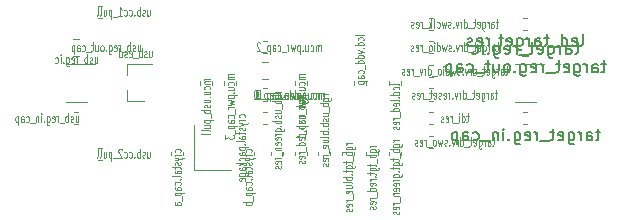
<source format=gbr>
G04 #@! TF.GenerationSoftware,KiCad,Pcbnew,(5.1.0)-1*
G04 #@! TF.CreationDate,2020-02-07T03:11:48-08:00*
G04 #@! TF.ProjectId,design,64657369-676e-42e6-9b69-6361645f7063,rev?*
G04 #@! TF.SameCoordinates,Original*
G04 #@! TF.FileFunction,Legend,Bot*
G04 #@! TF.FilePolarity,Positive*
%FSLAX46Y46*%
G04 Gerber Fmt 4.6, Leading zero omitted, Abs format (unit mm)*
G04 Created by KiCad (PCBNEW (5.1.0)-1) date 2020-02-07 03:11:48*
%MOMM*%
%LPD*%
G04 APERTURE LIST*
%ADD10C,0.120000*%
%ADD11C,0.100000*%
%ADD12C,0.150000*%
G04 APERTURE END LIST*
D10*
X168510000Y-62162779D02*
X168510000Y-61837221D01*
X167490000Y-62162779D02*
X167490000Y-61837221D01*
X145240000Y-57580000D02*
X145240000Y-56650000D01*
X145240000Y-54420000D02*
X145240000Y-55350000D01*
X145240000Y-54420000D02*
X147400000Y-54420000D01*
X145240000Y-57580000D02*
X146700000Y-57580000D01*
X156837221Y-53510000D02*
X157162779Y-53510000D01*
X156837221Y-52490000D02*
X157162779Y-52490000D01*
X140100000Y-54390000D02*
X142550000Y-54390000D01*
X141900000Y-57610000D02*
X140100000Y-57610000D01*
X140837221Y-58490000D02*
X141162779Y-58490000D01*
X140837221Y-59510000D02*
X141162779Y-59510000D01*
X140741422Y-53710000D02*
X141258578Y-53710000D01*
X140741422Y-52290000D02*
X141258578Y-52290000D01*
X142837221Y-61490000D02*
X143162779Y-61490000D01*
X142837221Y-62510000D02*
X143162779Y-62510000D01*
X142837221Y-50510000D02*
X143162779Y-50510000D01*
X142837221Y-49490000D02*
X143162779Y-49490000D01*
X156741422Y-55710000D02*
X157258578Y-55710000D01*
X156741422Y-54290000D02*
X157258578Y-54290000D01*
X157162779Y-59510000D02*
X156837221Y-59510000D01*
X157162779Y-58490000D02*
X156837221Y-58490000D01*
X157162779Y-56490000D02*
X156837221Y-56490000D01*
X157162779Y-57510000D02*
X156837221Y-57510000D01*
X160510000Y-55837221D02*
X160510000Y-56162779D01*
X159490000Y-55837221D02*
X159490000Y-56162779D01*
X154510000Y-56162779D02*
X154510000Y-55837221D01*
X153490000Y-56162779D02*
X153490000Y-55837221D01*
X150010000Y-61837221D02*
X150010000Y-62162779D01*
X148990000Y-61837221D02*
X148990000Y-62162779D01*
X154990000Y-61837221D02*
X154990000Y-62162779D01*
X156010000Y-61837221D02*
X156010000Y-62162779D01*
X154075000Y-63400000D02*
X150925000Y-63400000D01*
X150925000Y-63400000D02*
X150925000Y-59600000D01*
X152510000Y-56162779D02*
X152510000Y-55837221D01*
X151490000Y-56162779D02*
X151490000Y-55837221D01*
X163490000Y-62162779D02*
X163490000Y-61837221D01*
X164510000Y-62162779D02*
X164510000Y-61837221D01*
X166510000Y-62162779D02*
X166510000Y-61837221D01*
X165490000Y-62162779D02*
X165490000Y-61837221D01*
X170837221Y-57510000D02*
X171162779Y-57510000D01*
X170837221Y-56490000D02*
X171162779Y-56490000D01*
X170837221Y-50490000D02*
X171162779Y-50490000D01*
X170837221Y-51510000D02*
X171162779Y-51510000D01*
X170837221Y-54490000D02*
X171162779Y-54490000D01*
X170837221Y-55510000D02*
X171162779Y-55510000D01*
X170837221Y-53510000D02*
X171162779Y-53510000D01*
X170837221Y-52490000D02*
X171162779Y-52490000D01*
X170837221Y-61510000D02*
X171162779Y-61510000D01*
X170837221Y-60490000D02*
X171162779Y-60490000D01*
X170837221Y-59510000D02*
X171162779Y-59510000D01*
X170837221Y-58490000D02*
X171162779Y-58490000D01*
X161490000Y-62162779D02*
X161490000Y-61837221D01*
X162510000Y-62162779D02*
X162510000Y-61837221D01*
X158510000Y-62162779D02*
X158510000Y-61837221D01*
X157490000Y-62162779D02*
X157490000Y-61837221D01*
X160510000Y-62162779D02*
X160510000Y-61837221D01*
X159490000Y-62162779D02*
X159490000Y-61837221D01*
X167490000Y-55837221D02*
X167490000Y-56162779D01*
X168510000Y-55837221D02*
X168510000Y-56162779D01*
X164490000Y-55837221D02*
X164490000Y-56162779D01*
X165510000Y-55837221D02*
X165510000Y-56162779D01*
X178837221Y-51510000D02*
X179162779Y-51510000D01*
X178837221Y-50490000D02*
X179162779Y-50490000D01*
X178837221Y-59510000D02*
X179162779Y-59510000D01*
X178837221Y-58490000D02*
X179162779Y-58490000D01*
X179900000Y-57610000D02*
X178100000Y-57610000D01*
X178100000Y-54390000D02*
X180550000Y-54390000D01*
X178741422Y-53710000D02*
X179258578Y-53710000D01*
X178741422Y-52290000D02*
X179258578Y-52290000D01*
D11*
X168339285Y-60892857D02*
X167839285Y-60892857D01*
X167982142Y-60892857D02*
X167910714Y-60916666D01*
X167875000Y-60940476D01*
X167839285Y-60988095D01*
X167839285Y-61035714D01*
X167839285Y-61416666D02*
X168446428Y-61416666D01*
X168517857Y-61392857D01*
X168553571Y-61369047D01*
X168589285Y-61321428D01*
X168589285Y-61250000D01*
X168553571Y-61202380D01*
X168303571Y-61416666D02*
X168339285Y-61369047D01*
X168339285Y-61273809D01*
X168303571Y-61226190D01*
X168267857Y-61202380D01*
X168196428Y-61178571D01*
X167982142Y-61178571D01*
X167910714Y-61202380D01*
X167875000Y-61226190D01*
X167839285Y-61273809D01*
X167839285Y-61369047D01*
X167875000Y-61416666D01*
X168339285Y-61654761D02*
X167589285Y-61654761D01*
X167875000Y-61654761D02*
X167839285Y-61702380D01*
X167839285Y-61797619D01*
X167875000Y-61845238D01*
X167910714Y-61869047D01*
X167982142Y-61892857D01*
X168196428Y-61892857D01*
X168267857Y-61869047D01*
X168303571Y-61845238D01*
X168339285Y-61797619D01*
X168339285Y-61702380D01*
X168303571Y-61654761D01*
X168410714Y-61988095D02*
X168410714Y-62369047D01*
X167839285Y-62416666D02*
X167839285Y-62607142D01*
X167589285Y-62488095D02*
X168232142Y-62488095D01*
X168303571Y-62511904D01*
X168339285Y-62559523D01*
X168339285Y-62607142D01*
X167839285Y-62988095D02*
X168446428Y-62988095D01*
X168517857Y-62964285D01*
X168553571Y-62940476D01*
X168589285Y-62892857D01*
X168589285Y-62821428D01*
X168553571Y-62773809D01*
X168303571Y-62988095D02*
X168339285Y-62940476D01*
X168339285Y-62845238D01*
X168303571Y-62797619D01*
X168267857Y-62773809D01*
X168196428Y-62750000D01*
X167982142Y-62750000D01*
X167910714Y-62773809D01*
X167875000Y-62797619D01*
X167839285Y-62845238D01*
X167839285Y-62940476D01*
X167875000Y-62988095D01*
X167839285Y-63154761D02*
X167839285Y-63345238D01*
X167589285Y-63226190D02*
X168232142Y-63226190D01*
X168303571Y-63250000D01*
X168339285Y-63297619D01*
X168339285Y-63345238D01*
X168267857Y-63511904D02*
X168303571Y-63535714D01*
X168339285Y-63511904D01*
X168303571Y-63488095D01*
X168267857Y-63511904D01*
X168339285Y-63511904D01*
X167839285Y-63964285D02*
X168446428Y-63964285D01*
X168517857Y-63940476D01*
X168553571Y-63916666D01*
X168589285Y-63869047D01*
X168589285Y-63797619D01*
X168553571Y-63750000D01*
X168303571Y-63964285D02*
X168339285Y-63916666D01*
X168339285Y-63821428D01*
X168303571Y-63773809D01*
X168267857Y-63750000D01*
X168196428Y-63726190D01*
X167982142Y-63726190D01*
X167910714Y-63750000D01*
X167875000Y-63773809D01*
X167839285Y-63821428D01*
X167839285Y-63916666D01*
X167875000Y-63964285D01*
X168339285Y-64202380D02*
X167839285Y-64202380D01*
X167982142Y-64202380D02*
X167910714Y-64226190D01*
X167875000Y-64250000D01*
X167839285Y-64297619D01*
X167839285Y-64345238D01*
X168303571Y-64702380D02*
X168339285Y-64654761D01*
X168339285Y-64559523D01*
X168303571Y-64511904D01*
X168232142Y-64488095D01*
X167946428Y-64488095D01*
X167875000Y-64511904D01*
X167839285Y-64559523D01*
X167839285Y-64654761D01*
X167875000Y-64702380D01*
X167946428Y-64726190D01*
X168017857Y-64726190D01*
X168089285Y-64488095D01*
X168303571Y-65130952D02*
X168339285Y-65083333D01*
X168339285Y-64988095D01*
X168303571Y-64940476D01*
X168232142Y-64916666D01*
X167946428Y-64916666D01*
X167875000Y-64940476D01*
X167839285Y-64988095D01*
X167839285Y-65083333D01*
X167875000Y-65130952D01*
X167946428Y-65154761D01*
X168017857Y-65154761D01*
X168089285Y-64916666D01*
X167839285Y-65369047D02*
X168339285Y-65369047D01*
X167910714Y-65369047D02*
X167875000Y-65392857D01*
X167839285Y-65440476D01*
X167839285Y-65511904D01*
X167875000Y-65559523D01*
X167946428Y-65583333D01*
X168339285Y-65583333D01*
X168410714Y-65702380D02*
X168410714Y-66083333D01*
X168339285Y-66202380D02*
X167839285Y-66202380D01*
X167982142Y-66202380D02*
X167910714Y-66226190D01*
X167875000Y-66250000D01*
X167839285Y-66297619D01*
X167839285Y-66345238D01*
X168303571Y-66702380D02*
X168339285Y-66654761D01*
X168339285Y-66559523D01*
X168303571Y-66511904D01*
X168232142Y-66488095D01*
X167946428Y-66488095D01*
X167875000Y-66511904D01*
X167839285Y-66559523D01*
X167839285Y-66654761D01*
X167875000Y-66702380D01*
X167946428Y-66726190D01*
X168017857Y-66726190D01*
X168089285Y-66488095D01*
X168303571Y-66916666D02*
X168339285Y-66964285D01*
X168339285Y-67059523D01*
X168303571Y-67107142D01*
X168232142Y-67130952D01*
X168196428Y-67130952D01*
X168125000Y-67107142D01*
X168089285Y-67059523D01*
X168089285Y-66988095D01*
X168053571Y-66940476D01*
X167982142Y-66916666D01*
X167946428Y-66916666D01*
X167875000Y-66940476D01*
X167839285Y-66988095D01*
X167839285Y-67059523D01*
X167875000Y-67107142D01*
X147154761Y-53339285D02*
X147154761Y-53839285D01*
X147369047Y-53339285D02*
X147369047Y-53732142D01*
X147345238Y-53803571D01*
X147297619Y-53839285D01*
X147226190Y-53839285D01*
X147178571Y-53803571D01*
X147154761Y-53767857D01*
X146940476Y-53803571D02*
X146892857Y-53839285D01*
X146797619Y-53839285D01*
X146750000Y-53803571D01*
X146726190Y-53732142D01*
X146726190Y-53696428D01*
X146750000Y-53625000D01*
X146797619Y-53589285D01*
X146869047Y-53589285D01*
X146916666Y-53553571D01*
X146940476Y-53482142D01*
X146940476Y-53446428D01*
X146916666Y-53375000D01*
X146869047Y-53339285D01*
X146797619Y-53339285D01*
X146750000Y-53375000D01*
X146511904Y-53839285D02*
X146511904Y-53089285D01*
X146511904Y-53375000D02*
X146464285Y-53339285D01*
X146369047Y-53339285D01*
X146321428Y-53375000D01*
X146297619Y-53410714D01*
X146273809Y-53482142D01*
X146273809Y-53696428D01*
X146297619Y-53767857D01*
X146321428Y-53803571D01*
X146369047Y-53839285D01*
X146464285Y-53839285D01*
X146511904Y-53803571D01*
X146178571Y-53910714D02*
X145797619Y-53910714D01*
X145488095Y-53803571D02*
X145535714Y-53839285D01*
X145630952Y-53839285D01*
X145678571Y-53803571D01*
X145702380Y-53732142D01*
X145702380Y-53446428D01*
X145678571Y-53375000D01*
X145630952Y-53339285D01*
X145535714Y-53339285D01*
X145488095Y-53375000D01*
X145464285Y-53446428D01*
X145464285Y-53517857D01*
X145702380Y-53589285D01*
X145273809Y-53803571D02*
X145226190Y-53839285D01*
X145130952Y-53839285D01*
X145083333Y-53803571D01*
X145059523Y-53732142D01*
X145059523Y-53696428D01*
X145083333Y-53625000D01*
X145130952Y-53589285D01*
X145202380Y-53589285D01*
X145250000Y-53553571D01*
X145273809Y-53482142D01*
X145273809Y-53446428D01*
X145250000Y-53375000D01*
X145202380Y-53339285D01*
X145130952Y-53339285D01*
X145083333Y-53375000D01*
X144630952Y-53839285D02*
X144630952Y-53089285D01*
X144630952Y-53803571D02*
X144678571Y-53839285D01*
X144773809Y-53839285D01*
X144821428Y-53803571D01*
X144845238Y-53767857D01*
X144869047Y-53696428D01*
X144869047Y-53482142D01*
X144845238Y-53410714D01*
X144821428Y-53375000D01*
X144773809Y-53339285D01*
X144678571Y-53339285D01*
X144630952Y-53375000D01*
X161702380Y-53339285D02*
X161702380Y-52839285D01*
X161702380Y-52910714D02*
X161678571Y-52875000D01*
X161630952Y-52839285D01*
X161559523Y-52839285D01*
X161511904Y-52875000D01*
X161488095Y-52946428D01*
X161488095Y-53339285D01*
X161488095Y-52946428D02*
X161464285Y-52875000D01*
X161416666Y-52839285D01*
X161345238Y-52839285D01*
X161297619Y-52875000D01*
X161273809Y-52946428D01*
X161273809Y-53339285D01*
X160821428Y-53303571D02*
X160869047Y-53339285D01*
X160964285Y-53339285D01*
X161011904Y-53303571D01*
X161035714Y-53267857D01*
X161059523Y-53196428D01*
X161059523Y-52982142D01*
X161035714Y-52910714D01*
X161011904Y-52875000D01*
X160964285Y-52839285D01*
X160869047Y-52839285D01*
X160821428Y-52875000D01*
X160392857Y-52839285D02*
X160392857Y-53339285D01*
X160607142Y-52839285D02*
X160607142Y-53232142D01*
X160583333Y-53303571D01*
X160535714Y-53339285D01*
X160464285Y-53339285D01*
X160416666Y-53303571D01*
X160392857Y-53267857D01*
X160154761Y-53267857D02*
X160130952Y-53303571D01*
X160154761Y-53339285D01*
X160178571Y-53303571D01*
X160154761Y-53267857D01*
X160154761Y-53339285D01*
X159916666Y-52839285D02*
X159916666Y-53589285D01*
X159916666Y-52875000D02*
X159869047Y-52839285D01*
X159773809Y-52839285D01*
X159726190Y-52875000D01*
X159702380Y-52910714D01*
X159678571Y-52982142D01*
X159678571Y-53196428D01*
X159702380Y-53267857D01*
X159726190Y-53303571D01*
X159773809Y-53339285D01*
X159869047Y-53339285D01*
X159916666Y-53303571D01*
X159511904Y-52839285D02*
X159416666Y-53339285D01*
X159321428Y-52982142D01*
X159226190Y-53339285D01*
X159130952Y-52839285D01*
X158940476Y-53339285D02*
X158940476Y-52839285D01*
X158940476Y-52982142D02*
X158916666Y-52910714D01*
X158892857Y-52875000D01*
X158845238Y-52839285D01*
X158797619Y-52839285D01*
X158750000Y-53410714D02*
X158369047Y-53410714D01*
X158035714Y-53303571D02*
X158083333Y-53339285D01*
X158178571Y-53339285D01*
X158226190Y-53303571D01*
X158250000Y-53267857D01*
X158273809Y-53196428D01*
X158273809Y-52982142D01*
X158250000Y-52910714D01*
X158226190Y-52875000D01*
X158178571Y-52839285D01*
X158083333Y-52839285D01*
X158035714Y-52875000D01*
X157607142Y-53339285D02*
X157607142Y-52946428D01*
X157630952Y-52875000D01*
X157678571Y-52839285D01*
X157773809Y-52839285D01*
X157821428Y-52875000D01*
X157607142Y-53303571D02*
X157654761Y-53339285D01*
X157773809Y-53339285D01*
X157821428Y-53303571D01*
X157845238Y-53232142D01*
X157845238Y-53160714D01*
X157821428Y-53089285D01*
X157773809Y-53053571D01*
X157654761Y-53053571D01*
X157607142Y-53017857D01*
X157369047Y-52839285D02*
X157369047Y-53589285D01*
X157369047Y-52875000D02*
X157321428Y-52839285D01*
X157226190Y-52839285D01*
X157178571Y-52875000D01*
X157154761Y-52910714D01*
X157130952Y-52982142D01*
X157130952Y-53196428D01*
X157154761Y-53267857D01*
X157178571Y-53303571D01*
X157226190Y-53339285D01*
X157321428Y-53339285D01*
X157369047Y-53303571D01*
X157035714Y-53410714D02*
X156654761Y-53410714D01*
X156559523Y-52660714D02*
X156535714Y-52625000D01*
X156488095Y-52589285D01*
X156369047Y-52589285D01*
X156321428Y-52625000D01*
X156297619Y-52660714D01*
X156273809Y-52732142D01*
X156273809Y-52803571D01*
X156297619Y-52910714D01*
X156583333Y-53339285D01*
X156273809Y-53339285D01*
X142559523Y-53839285D02*
X142559523Y-54339285D01*
X142773809Y-53839285D02*
X142773809Y-54232142D01*
X142750000Y-54303571D01*
X142702380Y-54339285D01*
X142630952Y-54339285D01*
X142583333Y-54303571D01*
X142559523Y-54267857D01*
X142345238Y-54303571D02*
X142297619Y-54339285D01*
X142202380Y-54339285D01*
X142154761Y-54303571D01*
X142130952Y-54232142D01*
X142130952Y-54196428D01*
X142154761Y-54125000D01*
X142202380Y-54089285D01*
X142273809Y-54089285D01*
X142321428Y-54053571D01*
X142345238Y-53982142D01*
X142345238Y-53946428D01*
X142321428Y-53875000D01*
X142273809Y-53839285D01*
X142202380Y-53839285D01*
X142154761Y-53875000D01*
X141916666Y-54339285D02*
X141916666Y-53589285D01*
X141916666Y-53875000D02*
X141869047Y-53839285D01*
X141773809Y-53839285D01*
X141726190Y-53875000D01*
X141702380Y-53910714D01*
X141678571Y-53982142D01*
X141678571Y-54196428D01*
X141702380Y-54267857D01*
X141726190Y-54303571D01*
X141773809Y-54339285D01*
X141869047Y-54339285D01*
X141916666Y-54303571D01*
X141583333Y-54410714D02*
X141202380Y-54410714D01*
X141083333Y-54339285D02*
X141083333Y-53839285D01*
X141083333Y-53982142D02*
X141059523Y-53910714D01*
X141035714Y-53875000D01*
X140988095Y-53839285D01*
X140940476Y-53839285D01*
X140583333Y-54303571D02*
X140630952Y-54339285D01*
X140726190Y-54339285D01*
X140773809Y-54303571D01*
X140797619Y-54232142D01*
X140797619Y-53946428D01*
X140773809Y-53875000D01*
X140726190Y-53839285D01*
X140630952Y-53839285D01*
X140583333Y-53875000D01*
X140559523Y-53946428D01*
X140559523Y-54017857D01*
X140797619Y-54089285D01*
X140130952Y-53839285D02*
X140130952Y-54446428D01*
X140154761Y-54517857D01*
X140178571Y-54553571D01*
X140226190Y-54589285D01*
X140297619Y-54589285D01*
X140345238Y-54553571D01*
X140130952Y-54303571D02*
X140178571Y-54339285D01*
X140273809Y-54339285D01*
X140321428Y-54303571D01*
X140345238Y-54267857D01*
X140369047Y-54196428D01*
X140369047Y-53982142D01*
X140345238Y-53910714D01*
X140321428Y-53875000D01*
X140273809Y-53839285D01*
X140178571Y-53839285D01*
X140130952Y-53875000D01*
X139892857Y-54267857D02*
X139869047Y-54303571D01*
X139892857Y-54339285D01*
X139916666Y-54303571D01*
X139892857Y-54267857D01*
X139892857Y-54339285D01*
X139654761Y-54339285D02*
X139654761Y-53839285D01*
X139654761Y-53589285D02*
X139678571Y-53625000D01*
X139654761Y-53660714D01*
X139630952Y-53625000D01*
X139654761Y-53589285D01*
X139654761Y-53660714D01*
X139202380Y-54303571D02*
X139250000Y-54339285D01*
X139345238Y-54339285D01*
X139392857Y-54303571D01*
X139416666Y-54267857D01*
X139440476Y-54196428D01*
X139440476Y-53982142D01*
X139416666Y-53910714D01*
X139392857Y-53875000D01*
X139345238Y-53839285D01*
X139250000Y-53839285D01*
X139202380Y-53875000D01*
X140928571Y-58839285D02*
X140928571Y-59339285D01*
X141142857Y-58839285D02*
X141142857Y-59232142D01*
X141119047Y-59303571D01*
X141071428Y-59339285D01*
X141000000Y-59339285D01*
X140952380Y-59303571D01*
X140928571Y-59267857D01*
X140714285Y-59303571D02*
X140666666Y-59339285D01*
X140571428Y-59339285D01*
X140523809Y-59303571D01*
X140500000Y-59232142D01*
X140500000Y-59196428D01*
X140523809Y-59125000D01*
X140571428Y-59089285D01*
X140642857Y-59089285D01*
X140690476Y-59053571D01*
X140714285Y-58982142D01*
X140714285Y-58946428D01*
X140690476Y-58875000D01*
X140642857Y-58839285D01*
X140571428Y-58839285D01*
X140523809Y-58875000D01*
X140285714Y-59339285D02*
X140285714Y-58589285D01*
X140285714Y-58875000D02*
X140238095Y-58839285D01*
X140142857Y-58839285D01*
X140095238Y-58875000D01*
X140071428Y-58910714D01*
X140047619Y-58982142D01*
X140047619Y-59196428D01*
X140071428Y-59267857D01*
X140095238Y-59303571D01*
X140142857Y-59339285D01*
X140238095Y-59339285D01*
X140285714Y-59303571D01*
X139952380Y-59410714D02*
X139571428Y-59410714D01*
X139452380Y-59339285D02*
X139452380Y-58839285D01*
X139452380Y-58982142D02*
X139428571Y-58910714D01*
X139404761Y-58875000D01*
X139357142Y-58839285D01*
X139309523Y-58839285D01*
X138952380Y-59303571D02*
X139000000Y-59339285D01*
X139095238Y-59339285D01*
X139142857Y-59303571D01*
X139166666Y-59232142D01*
X139166666Y-58946428D01*
X139142857Y-58875000D01*
X139095238Y-58839285D01*
X139000000Y-58839285D01*
X138952380Y-58875000D01*
X138928571Y-58946428D01*
X138928571Y-59017857D01*
X139166666Y-59089285D01*
X138499999Y-58839285D02*
X138499999Y-59446428D01*
X138523809Y-59517857D01*
X138547619Y-59553571D01*
X138595238Y-59589285D01*
X138666666Y-59589285D01*
X138714285Y-59553571D01*
X138499999Y-59303571D02*
X138547619Y-59339285D01*
X138642857Y-59339285D01*
X138690476Y-59303571D01*
X138714285Y-59267857D01*
X138738095Y-59196428D01*
X138738095Y-58982142D01*
X138714285Y-58910714D01*
X138690476Y-58875000D01*
X138642857Y-58839285D01*
X138547619Y-58839285D01*
X138499999Y-58875000D01*
X138261904Y-59267857D02*
X138238095Y-59303571D01*
X138261904Y-59339285D01*
X138285714Y-59303571D01*
X138261904Y-59267857D01*
X138261904Y-59339285D01*
X138023809Y-59339285D02*
X138023809Y-58839285D01*
X138023809Y-58589285D02*
X138047619Y-58625000D01*
X138023809Y-58660714D01*
X138000000Y-58625000D01*
X138023809Y-58589285D01*
X138023809Y-58660714D01*
X137785714Y-58839285D02*
X137785714Y-59339285D01*
X137785714Y-58910714D02*
X137761904Y-58875000D01*
X137714285Y-58839285D01*
X137642857Y-58839285D01*
X137595238Y-58875000D01*
X137571428Y-58946428D01*
X137571428Y-59339285D01*
X137452380Y-59410714D02*
X137071428Y-59410714D01*
X136738095Y-59303571D02*
X136785714Y-59339285D01*
X136880952Y-59339285D01*
X136928571Y-59303571D01*
X136952380Y-59267857D01*
X136976190Y-59196428D01*
X136976190Y-58982142D01*
X136952380Y-58910714D01*
X136928571Y-58875000D01*
X136880952Y-58839285D01*
X136785714Y-58839285D01*
X136738095Y-58875000D01*
X136309523Y-59339285D02*
X136309523Y-58946428D01*
X136333333Y-58875000D01*
X136380952Y-58839285D01*
X136476190Y-58839285D01*
X136523809Y-58875000D01*
X136309523Y-59303571D02*
X136357142Y-59339285D01*
X136476190Y-59339285D01*
X136523809Y-59303571D01*
X136547619Y-59232142D01*
X136547619Y-59160714D01*
X136523809Y-59089285D01*
X136476190Y-59053571D01*
X136357142Y-59053571D01*
X136309523Y-59017857D01*
X136071428Y-58839285D02*
X136071428Y-59589285D01*
X136071428Y-58875000D02*
X136023809Y-58839285D01*
X135928571Y-58839285D01*
X135880952Y-58875000D01*
X135857142Y-58910714D01*
X135833333Y-58982142D01*
X135833333Y-59196428D01*
X135857142Y-59267857D01*
X135880952Y-59303571D01*
X135928571Y-59339285D01*
X136023809Y-59339285D01*
X136071428Y-59303571D01*
X146178571Y-52839285D02*
X146178571Y-53339285D01*
X146392857Y-52839285D02*
X146392857Y-53232142D01*
X146369047Y-53303571D01*
X146321428Y-53339285D01*
X146250000Y-53339285D01*
X146202380Y-53303571D01*
X146178571Y-53267857D01*
X145964285Y-53303571D02*
X145916666Y-53339285D01*
X145821428Y-53339285D01*
X145773809Y-53303571D01*
X145750000Y-53232142D01*
X145750000Y-53196428D01*
X145773809Y-53125000D01*
X145821428Y-53089285D01*
X145892857Y-53089285D01*
X145940476Y-53053571D01*
X145964285Y-52982142D01*
X145964285Y-52946428D01*
X145940476Y-52875000D01*
X145892857Y-52839285D01*
X145821428Y-52839285D01*
X145773809Y-52875000D01*
X145535714Y-53339285D02*
X145535714Y-52589285D01*
X145535714Y-52875000D02*
X145488095Y-52839285D01*
X145392857Y-52839285D01*
X145345238Y-52875000D01*
X145321428Y-52910714D01*
X145297619Y-52982142D01*
X145297619Y-53196428D01*
X145321428Y-53267857D01*
X145345238Y-53303571D01*
X145392857Y-53339285D01*
X145488095Y-53339285D01*
X145535714Y-53303571D01*
X145202380Y-53410714D02*
X144821428Y-53410714D01*
X144702380Y-53339285D02*
X144702380Y-52839285D01*
X144702380Y-52982142D02*
X144678571Y-52910714D01*
X144654761Y-52875000D01*
X144607142Y-52839285D01*
X144559523Y-52839285D01*
X144202380Y-53303571D02*
X144250000Y-53339285D01*
X144345238Y-53339285D01*
X144392857Y-53303571D01*
X144416666Y-53232142D01*
X144416666Y-52946428D01*
X144392857Y-52875000D01*
X144345238Y-52839285D01*
X144250000Y-52839285D01*
X144202380Y-52875000D01*
X144178571Y-52946428D01*
X144178571Y-53017857D01*
X144416666Y-53089285D01*
X143750000Y-52839285D02*
X143750000Y-53446428D01*
X143773809Y-53517857D01*
X143797619Y-53553571D01*
X143845238Y-53589285D01*
X143916666Y-53589285D01*
X143964285Y-53553571D01*
X143750000Y-53303571D02*
X143797619Y-53339285D01*
X143892857Y-53339285D01*
X143940476Y-53303571D01*
X143964285Y-53267857D01*
X143988095Y-53196428D01*
X143988095Y-52982142D01*
X143964285Y-52910714D01*
X143940476Y-52875000D01*
X143892857Y-52839285D01*
X143797619Y-52839285D01*
X143750000Y-52875000D01*
X143511904Y-53267857D02*
X143488095Y-53303571D01*
X143511904Y-53339285D01*
X143535714Y-53303571D01*
X143511904Y-53267857D01*
X143511904Y-53339285D01*
X143202380Y-53339285D02*
X143250000Y-53303571D01*
X143273809Y-53267857D01*
X143297619Y-53196428D01*
X143297619Y-52982142D01*
X143273809Y-52910714D01*
X143250000Y-52875000D01*
X143202380Y-52839285D01*
X143130952Y-52839285D01*
X143083333Y-52875000D01*
X143059523Y-52910714D01*
X143035714Y-52982142D01*
X143035714Y-53196428D01*
X143059523Y-53267857D01*
X143083333Y-53303571D01*
X143130952Y-53339285D01*
X143202380Y-53339285D01*
X142607142Y-52839285D02*
X142607142Y-53339285D01*
X142821428Y-52839285D02*
X142821428Y-53232142D01*
X142797619Y-53303571D01*
X142750000Y-53339285D01*
X142678571Y-53339285D01*
X142630952Y-53303571D01*
X142607142Y-53267857D01*
X142440476Y-52839285D02*
X142250000Y-52839285D01*
X142369047Y-52589285D02*
X142369047Y-53232142D01*
X142345238Y-53303571D01*
X142297619Y-53339285D01*
X142250000Y-53339285D01*
X142202380Y-53410714D02*
X141821428Y-53410714D01*
X141488095Y-53303571D02*
X141535714Y-53339285D01*
X141630952Y-53339285D01*
X141678571Y-53303571D01*
X141702380Y-53267857D01*
X141726190Y-53196428D01*
X141726190Y-52982142D01*
X141702380Y-52910714D01*
X141678571Y-52875000D01*
X141630952Y-52839285D01*
X141535714Y-52839285D01*
X141488095Y-52875000D01*
X141059523Y-53339285D02*
X141059523Y-52946428D01*
X141083333Y-52875000D01*
X141130952Y-52839285D01*
X141226190Y-52839285D01*
X141273809Y-52875000D01*
X141059523Y-53303571D02*
X141107142Y-53339285D01*
X141226190Y-53339285D01*
X141273809Y-53303571D01*
X141297619Y-53232142D01*
X141297619Y-53160714D01*
X141273809Y-53089285D01*
X141226190Y-53053571D01*
X141107142Y-53053571D01*
X141059523Y-53017857D01*
X140821428Y-52839285D02*
X140821428Y-53589285D01*
X140821428Y-52875000D02*
X140773809Y-52839285D01*
X140678571Y-52839285D01*
X140630952Y-52875000D01*
X140607142Y-52910714D01*
X140583333Y-52982142D01*
X140583333Y-53196428D01*
X140607142Y-53267857D01*
X140630952Y-53303571D01*
X140678571Y-53339285D01*
X140773809Y-53339285D01*
X140821428Y-53303571D01*
X147011904Y-61839285D02*
X147011904Y-62339285D01*
X147226190Y-61839285D02*
X147226190Y-62232142D01*
X147202380Y-62303571D01*
X147154761Y-62339285D01*
X147083333Y-62339285D01*
X147035714Y-62303571D01*
X147011904Y-62267857D01*
X146797619Y-62303571D02*
X146750000Y-62339285D01*
X146654761Y-62339285D01*
X146607142Y-62303571D01*
X146583333Y-62232142D01*
X146583333Y-62196428D01*
X146607142Y-62125000D01*
X146654761Y-62089285D01*
X146726190Y-62089285D01*
X146773809Y-62053571D01*
X146797619Y-61982142D01*
X146797619Y-61946428D01*
X146773809Y-61875000D01*
X146726190Y-61839285D01*
X146654761Y-61839285D01*
X146607142Y-61875000D01*
X146369047Y-62339285D02*
X146369047Y-61589285D01*
X146369047Y-61875000D02*
X146321428Y-61839285D01*
X146226190Y-61839285D01*
X146178571Y-61875000D01*
X146154761Y-61910714D01*
X146130952Y-61982142D01*
X146130952Y-62196428D01*
X146154761Y-62267857D01*
X146178571Y-62303571D01*
X146226190Y-62339285D01*
X146321428Y-62339285D01*
X146369047Y-62303571D01*
X145916666Y-62267857D02*
X145892857Y-62303571D01*
X145916666Y-62339285D01*
X145940476Y-62303571D01*
X145916666Y-62267857D01*
X145916666Y-62339285D01*
X145464285Y-62303571D02*
X145511904Y-62339285D01*
X145607142Y-62339285D01*
X145654761Y-62303571D01*
X145678571Y-62267857D01*
X145702380Y-62196428D01*
X145702380Y-61982142D01*
X145678571Y-61910714D01*
X145654761Y-61875000D01*
X145607142Y-61839285D01*
X145511904Y-61839285D01*
X145464285Y-61875000D01*
X145035714Y-62303571D02*
X145083333Y-62339285D01*
X145178571Y-62339285D01*
X145226190Y-62303571D01*
X145250000Y-62267857D01*
X145273809Y-62196428D01*
X145273809Y-61982142D01*
X145250000Y-61910714D01*
X145226190Y-61875000D01*
X145178571Y-61839285D01*
X145083333Y-61839285D01*
X145035714Y-61875000D01*
X144845238Y-61660714D02*
X144821428Y-61625000D01*
X144773809Y-61589285D01*
X144654761Y-61589285D01*
X144607142Y-61625000D01*
X144583333Y-61660714D01*
X144559523Y-61732142D01*
X144559523Y-61803571D01*
X144583333Y-61910714D01*
X144869047Y-62339285D01*
X144559523Y-62339285D01*
X144464285Y-62410714D02*
X144083333Y-62410714D01*
X143964285Y-61839285D02*
X143964285Y-62589285D01*
X143964285Y-61875000D02*
X143916666Y-61839285D01*
X143821428Y-61839285D01*
X143773809Y-61875000D01*
X143750000Y-61910714D01*
X143726190Y-61982142D01*
X143726190Y-62196428D01*
X143750000Y-62267857D01*
X143773809Y-62303571D01*
X143821428Y-62339285D01*
X143916666Y-62339285D01*
X143964285Y-62303571D01*
X143297619Y-61839285D02*
X143297619Y-62339285D01*
X143511904Y-61839285D02*
X143511904Y-62232142D01*
X143488095Y-62303571D01*
X143440476Y-62339285D01*
X143369047Y-62339285D01*
X143321428Y-62303571D01*
X143297619Y-62267857D01*
X142988095Y-62339285D02*
X143035714Y-62303571D01*
X143059523Y-62232142D01*
X143059523Y-61589285D01*
X142726190Y-62339285D02*
X142773809Y-62303571D01*
X142797619Y-62232142D01*
X142797619Y-61589285D01*
X147011904Y-49839285D02*
X147011904Y-50339285D01*
X147226190Y-49839285D02*
X147226190Y-50232142D01*
X147202380Y-50303571D01*
X147154761Y-50339285D01*
X147083333Y-50339285D01*
X147035714Y-50303571D01*
X147011904Y-50267857D01*
X146797619Y-50303571D02*
X146750000Y-50339285D01*
X146654761Y-50339285D01*
X146607142Y-50303571D01*
X146583333Y-50232142D01*
X146583333Y-50196428D01*
X146607142Y-50125000D01*
X146654761Y-50089285D01*
X146726190Y-50089285D01*
X146773809Y-50053571D01*
X146797619Y-49982142D01*
X146797619Y-49946428D01*
X146773809Y-49875000D01*
X146726190Y-49839285D01*
X146654761Y-49839285D01*
X146607142Y-49875000D01*
X146369047Y-50339285D02*
X146369047Y-49589285D01*
X146369047Y-49875000D02*
X146321428Y-49839285D01*
X146226190Y-49839285D01*
X146178571Y-49875000D01*
X146154761Y-49910714D01*
X146130952Y-49982142D01*
X146130952Y-50196428D01*
X146154761Y-50267857D01*
X146178571Y-50303571D01*
X146226190Y-50339285D01*
X146321428Y-50339285D01*
X146369047Y-50303571D01*
X145916666Y-50267857D02*
X145892857Y-50303571D01*
X145916666Y-50339285D01*
X145940476Y-50303571D01*
X145916666Y-50267857D01*
X145916666Y-50339285D01*
X145464285Y-50303571D02*
X145511904Y-50339285D01*
X145607142Y-50339285D01*
X145654761Y-50303571D01*
X145678571Y-50267857D01*
X145702380Y-50196428D01*
X145702380Y-49982142D01*
X145678571Y-49910714D01*
X145654761Y-49875000D01*
X145607142Y-49839285D01*
X145511904Y-49839285D01*
X145464285Y-49875000D01*
X145035714Y-50303571D02*
X145083333Y-50339285D01*
X145178571Y-50339285D01*
X145226190Y-50303571D01*
X145250000Y-50267857D01*
X145273809Y-50196428D01*
X145273809Y-49982142D01*
X145250000Y-49910714D01*
X145226190Y-49875000D01*
X145178571Y-49839285D01*
X145083333Y-49839285D01*
X145035714Y-49875000D01*
X144559523Y-50339285D02*
X144845238Y-50339285D01*
X144702380Y-50339285D02*
X144702380Y-49589285D01*
X144750000Y-49696428D01*
X144797619Y-49767857D01*
X144845238Y-49803571D01*
X144464285Y-50410714D02*
X144083333Y-50410714D01*
X143964285Y-49839285D02*
X143964285Y-50589285D01*
X143964285Y-49875000D02*
X143916666Y-49839285D01*
X143821428Y-49839285D01*
X143773809Y-49875000D01*
X143750000Y-49910714D01*
X143726190Y-49982142D01*
X143726190Y-50196428D01*
X143750000Y-50267857D01*
X143773809Y-50303571D01*
X143821428Y-50339285D01*
X143916666Y-50339285D01*
X143964285Y-50303571D01*
X143297619Y-49839285D02*
X143297619Y-50339285D01*
X143511904Y-49839285D02*
X143511904Y-50232142D01*
X143488095Y-50303571D01*
X143440476Y-50339285D01*
X143369047Y-50339285D01*
X143321428Y-50303571D01*
X143297619Y-50267857D01*
X142988095Y-50339285D02*
X143035714Y-50303571D01*
X143059523Y-50232142D01*
X143059523Y-49589285D01*
X142726190Y-50339285D02*
X142773809Y-50303571D01*
X142797619Y-50232142D01*
X142797619Y-49589285D01*
X161702380Y-57339285D02*
X161702380Y-56839285D01*
X161702380Y-56910714D02*
X161678571Y-56875000D01*
X161630952Y-56839285D01*
X161559523Y-56839285D01*
X161511904Y-56875000D01*
X161488095Y-56946428D01*
X161488095Y-57339285D01*
X161488095Y-56946428D02*
X161464285Y-56875000D01*
X161416666Y-56839285D01*
X161345238Y-56839285D01*
X161297619Y-56875000D01*
X161273809Y-56946428D01*
X161273809Y-57339285D01*
X160821428Y-57303571D02*
X160869047Y-57339285D01*
X160964285Y-57339285D01*
X161011904Y-57303571D01*
X161035714Y-57267857D01*
X161059523Y-57196428D01*
X161059523Y-56982142D01*
X161035714Y-56910714D01*
X161011904Y-56875000D01*
X160964285Y-56839285D01*
X160869047Y-56839285D01*
X160821428Y-56875000D01*
X160392857Y-56839285D02*
X160392857Y-57339285D01*
X160607142Y-56839285D02*
X160607142Y-57232142D01*
X160583333Y-57303571D01*
X160535714Y-57339285D01*
X160464285Y-57339285D01*
X160416666Y-57303571D01*
X160392857Y-57267857D01*
X160154761Y-57267857D02*
X160130952Y-57303571D01*
X160154761Y-57339285D01*
X160178571Y-57303571D01*
X160154761Y-57267857D01*
X160154761Y-57339285D01*
X159916666Y-56839285D02*
X159916666Y-57589285D01*
X159916666Y-56875000D02*
X159869047Y-56839285D01*
X159773809Y-56839285D01*
X159726190Y-56875000D01*
X159702380Y-56910714D01*
X159678571Y-56982142D01*
X159678571Y-57196428D01*
X159702380Y-57267857D01*
X159726190Y-57303571D01*
X159773809Y-57339285D01*
X159869047Y-57339285D01*
X159916666Y-57303571D01*
X159511904Y-56839285D02*
X159416666Y-57339285D01*
X159321428Y-56982142D01*
X159226190Y-57339285D01*
X159130952Y-56839285D01*
X158940476Y-57339285D02*
X158940476Y-56839285D01*
X158940476Y-56982142D02*
X158916666Y-56910714D01*
X158892857Y-56875000D01*
X158845238Y-56839285D01*
X158797619Y-56839285D01*
X158750000Y-57410714D02*
X158369047Y-57410714D01*
X158035714Y-57303571D02*
X158083333Y-57339285D01*
X158178571Y-57339285D01*
X158226190Y-57303571D01*
X158250000Y-57267857D01*
X158273809Y-57196428D01*
X158273809Y-56982142D01*
X158250000Y-56910714D01*
X158226190Y-56875000D01*
X158178571Y-56839285D01*
X158083333Y-56839285D01*
X158035714Y-56875000D01*
X157607142Y-57339285D02*
X157607142Y-56946428D01*
X157630952Y-56875000D01*
X157678571Y-56839285D01*
X157773809Y-56839285D01*
X157821428Y-56875000D01*
X157607142Y-57303571D02*
X157654761Y-57339285D01*
X157773809Y-57339285D01*
X157821428Y-57303571D01*
X157845238Y-57232142D01*
X157845238Y-57160714D01*
X157821428Y-57089285D01*
X157773809Y-57053571D01*
X157654761Y-57053571D01*
X157607142Y-57017857D01*
X157369047Y-56839285D02*
X157369047Y-57589285D01*
X157369047Y-56875000D02*
X157321428Y-56839285D01*
X157226190Y-56839285D01*
X157178571Y-56875000D01*
X157154761Y-56910714D01*
X157130952Y-56982142D01*
X157130952Y-57196428D01*
X157154761Y-57267857D01*
X157178571Y-57303571D01*
X157226190Y-57339285D01*
X157321428Y-57339285D01*
X157369047Y-57303571D01*
X157035714Y-57410714D02*
X156654761Y-57410714D01*
X156440476Y-56589285D02*
X156392857Y-56589285D01*
X156345238Y-56625000D01*
X156321428Y-56660714D01*
X156297619Y-56732142D01*
X156273809Y-56875000D01*
X156273809Y-57053571D01*
X156297619Y-57196428D01*
X156321428Y-57267857D01*
X156345238Y-57303571D01*
X156392857Y-57339285D01*
X156440476Y-57339285D01*
X156488095Y-57303571D01*
X156511904Y-57267857D01*
X156535714Y-57196428D01*
X156559523Y-57053571D01*
X156559523Y-56875000D01*
X156535714Y-56732142D01*
X156511904Y-56660714D01*
X156488095Y-56625000D01*
X156440476Y-56589285D01*
X161928571Y-57339286D02*
X161928571Y-56839286D01*
X161928571Y-56910715D02*
X161904761Y-56875001D01*
X161857142Y-56839286D01*
X161785714Y-56839286D01*
X161738095Y-56875001D01*
X161714285Y-56946429D01*
X161714285Y-57339286D01*
X161714285Y-56946429D02*
X161690476Y-56875001D01*
X161642857Y-56839286D01*
X161571428Y-56839286D01*
X161523809Y-56875001D01*
X161500000Y-56946429D01*
X161500000Y-57339286D01*
X161047619Y-57303572D02*
X161095238Y-57339286D01*
X161190476Y-57339286D01*
X161238095Y-57303572D01*
X161261904Y-57267858D01*
X161285714Y-57196429D01*
X161285714Y-56982143D01*
X161261904Y-56910715D01*
X161238095Y-56875001D01*
X161190476Y-56839286D01*
X161095238Y-56839286D01*
X161047619Y-56875001D01*
X160619047Y-56839286D02*
X160619047Y-57339286D01*
X160833333Y-56839286D02*
X160833333Y-57232143D01*
X160809523Y-57303572D01*
X160761904Y-57339286D01*
X160690476Y-57339286D01*
X160642857Y-57303572D01*
X160619047Y-57267858D01*
X160380952Y-57267858D02*
X160357142Y-57303572D01*
X160380952Y-57339286D01*
X160404761Y-57303572D01*
X160380952Y-57267858D01*
X160380952Y-57339286D01*
X160190476Y-56839286D02*
X160071428Y-57339286D01*
X159952380Y-56839286D01*
X159547619Y-57339286D02*
X159547619Y-56589286D01*
X159547619Y-57303572D02*
X159595238Y-57339286D01*
X159690476Y-57339286D01*
X159738095Y-57303572D01*
X159761904Y-57267858D01*
X159785714Y-57196429D01*
X159785714Y-56982143D01*
X159761904Y-56910715D01*
X159738095Y-56875001D01*
X159690476Y-56839286D01*
X159595238Y-56839286D01*
X159547619Y-56875001D01*
X159095238Y-57339286D02*
X159095238Y-56589286D01*
X159095238Y-57303572D02*
X159142857Y-57339286D01*
X159238095Y-57339286D01*
X159285714Y-57303572D01*
X159309523Y-57267858D01*
X159333333Y-57196429D01*
X159333333Y-56982143D01*
X159309523Y-56910715D01*
X159285714Y-56875001D01*
X159238095Y-56839286D01*
X159142857Y-56839286D01*
X159095238Y-56875001D01*
X158642857Y-57339286D02*
X158642857Y-56946429D01*
X158666666Y-56875001D01*
X158714285Y-56839286D01*
X158809523Y-56839286D01*
X158857142Y-56875001D01*
X158642857Y-57303572D02*
X158690476Y-57339286D01*
X158809523Y-57339286D01*
X158857142Y-57303572D01*
X158880952Y-57232143D01*
X158880952Y-57160715D01*
X158857142Y-57089286D01*
X158809523Y-57053572D01*
X158690476Y-57053572D01*
X158642857Y-57017858D01*
X158523809Y-57410715D02*
X158142857Y-57410715D01*
X157809523Y-57303572D02*
X157857142Y-57339286D01*
X157952380Y-57339286D01*
X158000000Y-57303572D01*
X158023809Y-57267858D01*
X158047619Y-57196429D01*
X158047619Y-56982143D01*
X158023809Y-56910715D01*
X158000000Y-56875001D01*
X157952380Y-56839286D01*
X157857142Y-56839286D01*
X157809523Y-56875001D01*
X157380952Y-57339286D02*
X157380952Y-56946429D01*
X157404761Y-56875001D01*
X157452380Y-56839286D01*
X157547619Y-56839286D01*
X157595238Y-56875001D01*
X157380952Y-57303572D02*
X157428571Y-57339286D01*
X157547619Y-57339286D01*
X157595238Y-57303572D01*
X157619047Y-57232143D01*
X157619047Y-57160715D01*
X157595238Y-57089286D01*
X157547619Y-57053572D01*
X157428571Y-57053572D01*
X157380952Y-57017858D01*
X157142857Y-56839286D02*
X157142857Y-57589286D01*
X157142857Y-56875001D02*
X157095238Y-56839286D01*
X157000000Y-56839286D01*
X156952380Y-56875001D01*
X156928571Y-56910715D01*
X156904761Y-56982143D01*
X156904761Y-57196429D01*
X156928571Y-57267858D01*
X156952380Y-57303572D01*
X157000000Y-57339286D01*
X157095238Y-57339286D01*
X157142857Y-57303572D01*
X156809523Y-57410715D02*
X156428571Y-57410715D01*
X156214285Y-56589286D02*
X156166666Y-56589286D01*
X156119047Y-56625001D01*
X156095238Y-56660715D01*
X156071428Y-56732143D01*
X156047619Y-56875001D01*
X156047619Y-57053572D01*
X156071428Y-57196429D01*
X156095238Y-57267858D01*
X156119047Y-57303572D01*
X156166666Y-57339286D01*
X156214285Y-57339286D01*
X156261904Y-57303572D01*
X156285714Y-57267858D01*
X156309523Y-57196429D01*
X156333333Y-57053572D01*
X156333333Y-56875001D01*
X156309523Y-56732143D01*
X156285714Y-56660715D01*
X156261904Y-56625001D01*
X156214285Y-56589286D01*
X161928571Y-57339286D02*
X161928571Y-56839286D01*
X161928571Y-56910715D02*
X161904761Y-56875001D01*
X161857142Y-56839286D01*
X161785714Y-56839286D01*
X161738095Y-56875001D01*
X161714285Y-56946429D01*
X161714285Y-57339286D01*
X161714285Y-56946429D02*
X161690476Y-56875001D01*
X161642857Y-56839286D01*
X161571428Y-56839286D01*
X161523809Y-56875001D01*
X161500000Y-56946429D01*
X161500000Y-57339286D01*
X161047619Y-57303572D02*
X161095238Y-57339286D01*
X161190476Y-57339286D01*
X161238095Y-57303572D01*
X161261904Y-57267858D01*
X161285714Y-57196429D01*
X161285714Y-56982143D01*
X161261904Y-56910715D01*
X161238095Y-56875001D01*
X161190476Y-56839286D01*
X161095238Y-56839286D01*
X161047619Y-56875001D01*
X160619047Y-56839286D02*
X160619047Y-57339286D01*
X160833333Y-56839286D02*
X160833333Y-57232143D01*
X160809523Y-57303572D01*
X160761904Y-57339286D01*
X160690476Y-57339286D01*
X160642857Y-57303572D01*
X160619047Y-57267858D01*
X160380952Y-57267858D02*
X160357142Y-57303572D01*
X160380952Y-57339286D01*
X160404761Y-57303572D01*
X160380952Y-57267858D01*
X160380952Y-57339286D01*
X160190476Y-56839286D02*
X160071428Y-57339286D01*
X159952380Y-56839286D01*
X159547619Y-57339286D02*
X159547619Y-56589286D01*
X159547619Y-57303572D02*
X159595238Y-57339286D01*
X159690476Y-57339286D01*
X159738095Y-57303572D01*
X159761904Y-57267858D01*
X159785714Y-57196429D01*
X159785714Y-56982143D01*
X159761904Y-56910715D01*
X159738095Y-56875001D01*
X159690476Y-56839286D01*
X159595238Y-56839286D01*
X159547619Y-56875001D01*
X159095238Y-57339286D02*
X159095238Y-56589286D01*
X159095238Y-57303572D02*
X159142857Y-57339286D01*
X159238095Y-57339286D01*
X159285714Y-57303572D01*
X159309523Y-57267858D01*
X159333333Y-57196429D01*
X159333333Y-56982143D01*
X159309523Y-56910715D01*
X159285714Y-56875001D01*
X159238095Y-56839286D01*
X159142857Y-56839286D01*
X159095238Y-56875001D01*
X158642857Y-57339286D02*
X158642857Y-56946429D01*
X158666666Y-56875001D01*
X158714285Y-56839286D01*
X158809523Y-56839286D01*
X158857142Y-56875001D01*
X158642857Y-57303572D02*
X158690476Y-57339286D01*
X158809523Y-57339286D01*
X158857142Y-57303572D01*
X158880952Y-57232143D01*
X158880952Y-57160715D01*
X158857142Y-57089286D01*
X158809523Y-57053572D01*
X158690476Y-57053572D01*
X158642857Y-57017858D01*
X158523809Y-57410715D02*
X158142857Y-57410715D01*
X157809523Y-57303572D02*
X157857142Y-57339286D01*
X157952380Y-57339286D01*
X158000000Y-57303572D01*
X158023809Y-57267858D01*
X158047619Y-57196429D01*
X158047619Y-56982143D01*
X158023809Y-56910715D01*
X158000000Y-56875001D01*
X157952380Y-56839286D01*
X157857142Y-56839286D01*
X157809523Y-56875001D01*
X157380952Y-57339286D02*
X157380952Y-56946429D01*
X157404761Y-56875001D01*
X157452380Y-56839286D01*
X157547619Y-56839286D01*
X157595238Y-56875001D01*
X157380952Y-57303572D02*
X157428571Y-57339286D01*
X157547619Y-57339286D01*
X157595238Y-57303572D01*
X157619047Y-57232143D01*
X157619047Y-57160715D01*
X157595238Y-57089286D01*
X157547619Y-57053572D01*
X157428571Y-57053572D01*
X157380952Y-57017858D01*
X157142857Y-56839286D02*
X157142857Y-57589286D01*
X157142857Y-56875001D02*
X157095238Y-56839286D01*
X157000000Y-56839286D01*
X156952380Y-56875001D01*
X156928571Y-56910715D01*
X156904761Y-56982143D01*
X156904761Y-57196429D01*
X156928571Y-57267858D01*
X156952380Y-57303572D01*
X157000000Y-57339286D01*
X157095238Y-57339286D01*
X157142857Y-57303572D01*
X156809523Y-57410715D02*
X156428571Y-57410715D01*
X156047619Y-57339286D02*
X156333333Y-57339286D01*
X156190476Y-57339286D02*
X156190476Y-56589286D01*
X156238095Y-56696429D01*
X156285714Y-56767858D01*
X156333333Y-56803572D01*
X160339285Y-55297620D02*
X159839285Y-55297620D01*
X159910714Y-55297620D02*
X159875000Y-55321429D01*
X159839285Y-55369048D01*
X159839285Y-55440477D01*
X159875000Y-55488096D01*
X159946428Y-55511905D01*
X160339285Y-55511905D01*
X159946428Y-55511905D02*
X159875000Y-55535715D01*
X159839285Y-55583334D01*
X159839285Y-55654762D01*
X159875000Y-55702381D01*
X159946428Y-55726191D01*
X160339285Y-55726191D01*
X160303571Y-56178572D02*
X160339285Y-56130953D01*
X160339285Y-56035715D01*
X160303571Y-55988096D01*
X160267857Y-55964286D01*
X160196428Y-55940477D01*
X159982142Y-55940477D01*
X159910714Y-55964286D01*
X159875000Y-55988096D01*
X159839285Y-56035715D01*
X159839285Y-56130953D01*
X159875000Y-56178572D01*
X159839285Y-56607143D02*
X160339285Y-56607143D01*
X159839285Y-56392858D02*
X160232142Y-56392858D01*
X160303571Y-56416667D01*
X160339285Y-56464286D01*
X160339285Y-56535715D01*
X160303571Y-56583334D01*
X160267857Y-56607143D01*
X160267857Y-56845239D02*
X160303571Y-56869048D01*
X160339285Y-56845239D01*
X160303571Y-56821429D01*
X160267857Y-56845239D01*
X160339285Y-56845239D01*
X159839285Y-57083334D02*
X160589285Y-57083334D01*
X159875000Y-57083334D02*
X159839285Y-57130953D01*
X159839285Y-57226191D01*
X159875000Y-57273810D01*
X159910714Y-57297620D01*
X159982142Y-57321429D01*
X160196428Y-57321429D01*
X160267857Y-57297620D01*
X160303571Y-57273810D01*
X160339285Y-57226191D01*
X160339285Y-57130953D01*
X160303571Y-57083334D01*
X159839285Y-57488096D02*
X160339285Y-57583334D01*
X159982142Y-57678572D01*
X160339285Y-57773810D01*
X159839285Y-57869048D01*
X160339285Y-58059524D02*
X159839285Y-58059524D01*
X159982142Y-58059524D02*
X159910714Y-58083334D01*
X159875000Y-58107143D01*
X159839285Y-58154762D01*
X159839285Y-58202381D01*
X160410714Y-58250001D02*
X160410714Y-58630953D01*
X160303571Y-58964286D02*
X160339285Y-58916667D01*
X160339285Y-58821429D01*
X160303571Y-58773810D01*
X160267857Y-58750001D01*
X160196428Y-58726191D01*
X159982142Y-58726191D01*
X159910714Y-58750001D01*
X159875000Y-58773810D01*
X159839285Y-58821429D01*
X159839285Y-58916667D01*
X159875000Y-58964286D01*
X160339285Y-59392858D02*
X159946428Y-59392858D01*
X159875000Y-59369048D01*
X159839285Y-59321429D01*
X159839285Y-59226191D01*
X159875000Y-59178572D01*
X160303571Y-59392858D02*
X160339285Y-59345239D01*
X160339285Y-59226191D01*
X160303571Y-59178572D01*
X160232142Y-59154762D01*
X160160714Y-59154762D01*
X160089285Y-59178572D01*
X160053571Y-59226191D01*
X160053571Y-59345239D01*
X160017857Y-59392858D01*
X159839285Y-59630953D02*
X160589285Y-59630953D01*
X159875000Y-59630953D02*
X159839285Y-59678572D01*
X159839285Y-59773810D01*
X159875000Y-59821429D01*
X159910714Y-59845239D01*
X159982142Y-59869048D01*
X160196428Y-59869048D01*
X160267857Y-59845239D01*
X160303571Y-59821429D01*
X160339285Y-59773810D01*
X160339285Y-59678572D01*
X160303571Y-59630953D01*
X160410714Y-59964286D02*
X160410714Y-60345239D01*
X160339285Y-60726191D02*
X160339285Y-60440477D01*
X160339285Y-60583334D02*
X159589285Y-60583334D01*
X159696428Y-60535715D01*
X159767857Y-60488096D01*
X159803571Y-60440477D01*
X154339285Y-55297620D02*
X153839285Y-55297620D01*
X153910714Y-55297620D02*
X153875000Y-55321429D01*
X153839285Y-55369048D01*
X153839285Y-55440477D01*
X153875000Y-55488096D01*
X153946428Y-55511905D01*
X154339285Y-55511905D01*
X153946428Y-55511905D02*
X153875000Y-55535715D01*
X153839285Y-55583334D01*
X153839285Y-55654762D01*
X153875000Y-55702381D01*
X153946428Y-55726191D01*
X154339285Y-55726191D01*
X154303571Y-56178572D02*
X154339285Y-56130953D01*
X154339285Y-56035715D01*
X154303571Y-55988096D01*
X154267857Y-55964286D01*
X154196428Y-55940477D01*
X153982142Y-55940477D01*
X153910714Y-55964286D01*
X153875000Y-55988096D01*
X153839285Y-56035715D01*
X153839285Y-56130953D01*
X153875000Y-56178572D01*
X153839285Y-56607143D02*
X154339285Y-56607143D01*
X153839285Y-56392858D02*
X154232142Y-56392858D01*
X154303571Y-56416667D01*
X154339285Y-56464286D01*
X154339285Y-56535715D01*
X154303571Y-56583334D01*
X154267857Y-56607143D01*
X154267857Y-56845239D02*
X154303571Y-56869048D01*
X154339285Y-56845239D01*
X154303571Y-56821429D01*
X154267857Y-56845239D01*
X154339285Y-56845239D01*
X153839285Y-57083334D02*
X154589285Y-57083334D01*
X153875000Y-57083334D02*
X153839285Y-57130953D01*
X153839285Y-57226191D01*
X153875000Y-57273810D01*
X153910714Y-57297620D01*
X153982142Y-57321429D01*
X154196428Y-57321429D01*
X154267857Y-57297620D01*
X154303571Y-57273810D01*
X154339285Y-57226191D01*
X154339285Y-57130953D01*
X154303571Y-57083334D01*
X153839285Y-57488096D02*
X154339285Y-57583334D01*
X153982142Y-57678572D01*
X154339285Y-57773810D01*
X153839285Y-57869048D01*
X154339285Y-58059524D02*
X153839285Y-58059524D01*
X153982142Y-58059524D02*
X153910714Y-58083334D01*
X153875000Y-58107143D01*
X153839285Y-58154762D01*
X153839285Y-58202381D01*
X154410714Y-58250001D02*
X154410714Y-58630953D01*
X154303571Y-58964286D02*
X154339285Y-58916667D01*
X154339285Y-58821429D01*
X154303571Y-58773810D01*
X154267857Y-58750001D01*
X154196428Y-58726191D01*
X153982142Y-58726191D01*
X153910714Y-58750001D01*
X153875000Y-58773810D01*
X153839285Y-58821429D01*
X153839285Y-58916667D01*
X153875000Y-58964286D01*
X154339285Y-59392858D02*
X153946428Y-59392858D01*
X153875000Y-59369048D01*
X153839285Y-59321429D01*
X153839285Y-59226191D01*
X153875000Y-59178572D01*
X154303571Y-59392858D02*
X154339285Y-59345239D01*
X154339285Y-59226191D01*
X154303571Y-59178572D01*
X154232142Y-59154762D01*
X154160714Y-59154762D01*
X154089285Y-59178572D01*
X154053571Y-59226191D01*
X154053571Y-59345239D01*
X154017857Y-59392858D01*
X153839285Y-59630953D02*
X154589285Y-59630953D01*
X153875000Y-59630953D02*
X153839285Y-59678572D01*
X153839285Y-59773810D01*
X153875000Y-59821429D01*
X153910714Y-59845239D01*
X153982142Y-59869048D01*
X154196428Y-59869048D01*
X154267857Y-59845239D01*
X154303571Y-59821429D01*
X154339285Y-59773810D01*
X154339285Y-59678572D01*
X154303571Y-59630953D01*
X154410714Y-59964286D02*
X154410714Y-60345239D01*
X153589285Y-60416667D02*
X153589285Y-60726191D01*
X153875000Y-60559524D01*
X153875000Y-60630953D01*
X153910714Y-60678572D01*
X153946428Y-60702381D01*
X154017857Y-60726191D01*
X154196428Y-60726191D01*
X154267857Y-60702381D01*
X154303571Y-60678572D01*
X154339285Y-60630953D01*
X154339285Y-60488096D01*
X154303571Y-60440477D01*
X154267857Y-60416667D01*
X149803571Y-61869047D02*
X149839285Y-61821428D01*
X149839285Y-61726190D01*
X149803571Y-61678571D01*
X149767857Y-61654761D01*
X149696428Y-61630952D01*
X149482142Y-61630952D01*
X149410714Y-61654761D01*
X149375000Y-61678571D01*
X149339285Y-61726190D01*
X149339285Y-61821428D01*
X149375000Y-61869047D01*
X149839285Y-62083333D02*
X149339285Y-62083333D01*
X149482142Y-62083333D02*
X149410714Y-62107142D01*
X149375000Y-62130952D01*
X149339285Y-62178571D01*
X149339285Y-62226190D01*
X149339285Y-62345238D02*
X149839285Y-62464285D01*
X149339285Y-62583333D02*
X149839285Y-62464285D01*
X150017857Y-62416666D01*
X150053571Y-62392857D01*
X150089285Y-62345238D01*
X149803571Y-62750000D02*
X149839285Y-62797619D01*
X149839285Y-62892857D01*
X149803571Y-62940476D01*
X149732142Y-62964285D01*
X149696428Y-62964285D01*
X149625000Y-62940476D01*
X149589285Y-62892857D01*
X149589285Y-62821428D01*
X149553571Y-62773809D01*
X149482142Y-62750000D01*
X149446428Y-62750000D01*
X149375000Y-62773809D01*
X149339285Y-62821428D01*
X149339285Y-62892857D01*
X149375000Y-62940476D01*
X149339285Y-63107142D02*
X149339285Y-63297619D01*
X149089285Y-63178571D02*
X149732142Y-63178571D01*
X149803571Y-63202380D01*
X149839285Y-63250000D01*
X149839285Y-63297619D01*
X149839285Y-63678571D02*
X149446428Y-63678571D01*
X149375000Y-63654761D01*
X149339285Y-63607142D01*
X149339285Y-63511904D01*
X149375000Y-63464285D01*
X149803571Y-63678571D02*
X149839285Y-63630952D01*
X149839285Y-63511904D01*
X149803571Y-63464285D01*
X149732142Y-63440476D01*
X149660714Y-63440476D01*
X149589285Y-63464285D01*
X149553571Y-63511904D01*
X149553571Y-63630952D01*
X149517857Y-63678571D01*
X149839285Y-63988095D02*
X149803571Y-63940476D01*
X149732142Y-63916666D01*
X149089285Y-63916666D01*
X149767857Y-64178571D02*
X149803571Y-64202380D01*
X149839285Y-64178571D01*
X149803571Y-64154761D01*
X149767857Y-64178571D01*
X149839285Y-64178571D01*
X149803571Y-64630952D02*
X149839285Y-64583333D01*
X149839285Y-64488095D01*
X149803571Y-64440476D01*
X149767857Y-64416666D01*
X149696428Y-64392857D01*
X149482142Y-64392857D01*
X149410714Y-64416666D01*
X149375000Y-64440476D01*
X149339285Y-64488095D01*
X149339285Y-64583333D01*
X149375000Y-64630952D01*
X149839285Y-65059523D02*
X149446428Y-65059523D01*
X149375000Y-65035714D01*
X149339285Y-64988095D01*
X149339285Y-64892857D01*
X149375000Y-64845238D01*
X149803571Y-65059523D02*
X149839285Y-65011904D01*
X149839285Y-64892857D01*
X149803571Y-64845238D01*
X149732142Y-64821428D01*
X149660714Y-64821428D01*
X149589285Y-64845238D01*
X149553571Y-64892857D01*
X149553571Y-65011904D01*
X149517857Y-65059523D01*
X149339285Y-65297619D02*
X150089285Y-65297619D01*
X149375000Y-65297619D02*
X149339285Y-65345238D01*
X149339285Y-65440476D01*
X149375000Y-65488095D01*
X149410714Y-65511904D01*
X149482142Y-65535714D01*
X149696428Y-65535714D01*
X149767857Y-65511904D01*
X149803571Y-65488095D01*
X149839285Y-65440476D01*
X149839285Y-65345238D01*
X149803571Y-65297619D01*
X149910714Y-65630952D02*
X149910714Y-66011904D01*
X149839285Y-66345238D02*
X149446428Y-66345238D01*
X149375000Y-66321428D01*
X149339285Y-66273809D01*
X149339285Y-66178571D01*
X149375000Y-66130952D01*
X149803571Y-66345238D02*
X149839285Y-66297619D01*
X149839285Y-66178571D01*
X149803571Y-66130952D01*
X149732142Y-66107142D01*
X149660714Y-66107142D01*
X149589285Y-66130952D01*
X149553571Y-66178571D01*
X149553571Y-66297619D01*
X149517857Y-66345238D01*
X155803571Y-61869047D02*
X155839285Y-61821428D01*
X155839285Y-61726190D01*
X155803571Y-61678571D01*
X155767857Y-61654761D01*
X155696428Y-61630952D01*
X155482142Y-61630952D01*
X155410714Y-61654761D01*
X155375000Y-61678571D01*
X155339285Y-61726190D01*
X155339285Y-61821428D01*
X155375000Y-61869047D01*
X155839285Y-62083333D02*
X155339285Y-62083333D01*
X155482142Y-62083333D02*
X155410714Y-62107142D01*
X155375000Y-62130952D01*
X155339285Y-62178571D01*
X155339285Y-62226190D01*
X155339285Y-62345238D02*
X155839285Y-62464285D01*
X155339285Y-62583333D02*
X155839285Y-62464285D01*
X156017857Y-62416666D01*
X156053571Y-62392857D01*
X156089285Y-62345238D01*
X155803571Y-62750000D02*
X155839285Y-62797619D01*
X155839285Y-62892857D01*
X155803571Y-62940476D01*
X155732142Y-62964285D01*
X155696428Y-62964285D01*
X155625000Y-62940476D01*
X155589285Y-62892857D01*
X155589285Y-62821428D01*
X155553571Y-62773809D01*
X155482142Y-62750000D01*
X155446428Y-62750000D01*
X155375000Y-62773809D01*
X155339285Y-62821428D01*
X155339285Y-62892857D01*
X155375000Y-62940476D01*
X155339285Y-63107142D02*
X155339285Y-63297619D01*
X155089285Y-63178571D02*
X155732142Y-63178571D01*
X155803571Y-63202380D01*
X155839285Y-63250000D01*
X155839285Y-63297619D01*
X155839285Y-63678571D02*
X155446428Y-63678571D01*
X155375000Y-63654761D01*
X155339285Y-63607142D01*
X155339285Y-63511904D01*
X155375000Y-63464285D01*
X155803571Y-63678571D02*
X155839285Y-63630952D01*
X155839285Y-63511904D01*
X155803571Y-63464285D01*
X155732142Y-63440476D01*
X155660714Y-63440476D01*
X155589285Y-63464285D01*
X155553571Y-63511904D01*
X155553571Y-63630952D01*
X155517857Y-63678571D01*
X155839285Y-63988095D02*
X155803571Y-63940476D01*
X155732142Y-63916666D01*
X155089285Y-63916666D01*
X155767857Y-64178571D02*
X155803571Y-64202380D01*
X155839285Y-64178571D01*
X155803571Y-64154761D01*
X155767857Y-64178571D01*
X155839285Y-64178571D01*
X155803571Y-64630952D02*
X155839285Y-64583333D01*
X155839285Y-64488095D01*
X155803571Y-64440476D01*
X155767857Y-64416666D01*
X155696428Y-64392857D01*
X155482142Y-64392857D01*
X155410714Y-64416666D01*
X155375000Y-64440476D01*
X155339285Y-64488095D01*
X155339285Y-64583333D01*
X155375000Y-64630952D01*
X155839285Y-65059523D02*
X155446428Y-65059523D01*
X155375000Y-65035714D01*
X155339285Y-64988095D01*
X155339285Y-64892857D01*
X155375000Y-64845238D01*
X155803571Y-65059523D02*
X155839285Y-65011904D01*
X155839285Y-64892857D01*
X155803571Y-64845238D01*
X155732142Y-64821428D01*
X155660714Y-64821428D01*
X155589285Y-64845238D01*
X155553571Y-64892857D01*
X155553571Y-65011904D01*
X155517857Y-65059523D01*
X155339285Y-65297619D02*
X156089285Y-65297619D01*
X155375000Y-65297619D02*
X155339285Y-65345238D01*
X155339285Y-65440476D01*
X155375000Y-65488095D01*
X155410714Y-65511904D01*
X155482142Y-65535714D01*
X155696428Y-65535714D01*
X155767857Y-65511904D01*
X155803571Y-65488095D01*
X155839285Y-65440476D01*
X155839285Y-65345238D01*
X155803571Y-65297619D01*
X155910714Y-65630952D02*
X155910714Y-66011904D01*
X155839285Y-66130952D02*
X155089285Y-66130952D01*
X155375000Y-66130952D02*
X155339285Y-66178571D01*
X155339285Y-66273809D01*
X155375000Y-66321428D01*
X155410714Y-66345238D01*
X155482142Y-66369047D01*
X155696428Y-66369047D01*
X155767857Y-66345238D01*
X155803571Y-66321428D01*
X155839285Y-66273809D01*
X155839285Y-66178571D01*
X155803571Y-66130952D01*
X155253571Y-58916666D02*
X155289285Y-58869047D01*
X155289285Y-58773809D01*
X155253571Y-58726190D01*
X155217857Y-58702380D01*
X155146428Y-58678571D01*
X154932142Y-58678571D01*
X154860714Y-58702380D01*
X154825000Y-58726190D01*
X154789285Y-58773809D01*
X154789285Y-58869047D01*
X154825000Y-58916666D01*
X155289285Y-59130952D02*
X154789285Y-59130952D01*
X154932142Y-59130952D02*
X154860714Y-59154761D01*
X154825000Y-59178571D01*
X154789285Y-59226190D01*
X154789285Y-59273809D01*
X154789285Y-59392857D02*
X155289285Y-59511904D01*
X154789285Y-59630952D02*
X155289285Y-59511904D01*
X155467857Y-59464285D01*
X155503571Y-59440476D01*
X155539285Y-59392857D01*
X155253571Y-59797619D02*
X155289285Y-59845238D01*
X155289285Y-59940476D01*
X155253571Y-59988095D01*
X155182142Y-60011904D01*
X155146428Y-60011904D01*
X155075000Y-59988095D01*
X155039285Y-59940476D01*
X155039285Y-59869047D01*
X155003571Y-59821428D01*
X154932142Y-59797619D01*
X154896428Y-59797619D01*
X154825000Y-59821428D01*
X154789285Y-59869047D01*
X154789285Y-59940476D01*
X154825000Y-59988095D01*
X154789285Y-60154761D02*
X154789285Y-60345238D01*
X154539285Y-60226190D02*
X155182142Y-60226190D01*
X155253571Y-60250000D01*
X155289285Y-60297619D01*
X155289285Y-60345238D01*
X155289285Y-60726190D02*
X154896428Y-60726190D01*
X154825000Y-60702380D01*
X154789285Y-60654761D01*
X154789285Y-60559523D01*
X154825000Y-60511904D01*
X155253571Y-60726190D02*
X155289285Y-60678571D01*
X155289285Y-60559523D01*
X155253571Y-60511904D01*
X155182142Y-60488095D01*
X155110714Y-60488095D01*
X155039285Y-60511904D01*
X155003571Y-60559523D01*
X155003571Y-60678571D01*
X154967857Y-60726190D01*
X155289285Y-61035714D02*
X155253571Y-60988095D01*
X155182142Y-60964285D01*
X154539285Y-60964285D01*
X155217857Y-61226190D02*
X155253571Y-61250000D01*
X155289285Y-61226190D01*
X155253571Y-61202380D01*
X155217857Y-61226190D01*
X155289285Y-61226190D01*
X154789285Y-61464285D02*
X155539285Y-61464285D01*
X154825000Y-61464285D02*
X154789285Y-61511904D01*
X154789285Y-61607142D01*
X154825000Y-61654761D01*
X154860714Y-61678571D01*
X154932142Y-61702380D01*
X155146428Y-61702380D01*
X155217857Y-61678571D01*
X155253571Y-61654761D01*
X155289285Y-61607142D01*
X155289285Y-61511904D01*
X155253571Y-61464285D01*
X155289285Y-62130952D02*
X154896428Y-62130952D01*
X154825000Y-62107142D01*
X154789285Y-62059523D01*
X154789285Y-61964285D01*
X154825000Y-61916666D01*
X155253571Y-62130952D02*
X155289285Y-62083333D01*
X155289285Y-61964285D01*
X155253571Y-61916666D01*
X155182142Y-61892857D01*
X155110714Y-61892857D01*
X155039285Y-61916666D01*
X155003571Y-61964285D01*
X155003571Y-62083333D01*
X154967857Y-62130952D01*
X155253571Y-62583333D02*
X155289285Y-62535714D01*
X155289285Y-62440476D01*
X155253571Y-62392857D01*
X155217857Y-62369047D01*
X155146428Y-62345238D01*
X154932142Y-62345238D01*
X154860714Y-62369047D01*
X154825000Y-62392857D01*
X154789285Y-62440476D01*
X154789285Y-62535714D01*
X154825000Y-62583333D01*
X155289285Y-62797619D02*
X154539285Y-62797619D01*
X155003571Y-62845238D02*
X155289285Y-62988095D01*
X154789285Y-62988095D02*
X155075000Y-62797619D01*
X155289285Y-63416666D02*
X154896428Y-63416666D01*
X154825000Y-63392857D01*
X154789285Y-63345238D01*
X154789285Y-63250000D01*
X154825000Y-63202380D01*
X155253571Y-63416666D02*
X155289285Y-63369047D01*
X155289285Y-63250000D01*
X155253571Y-63202380D01*
X155182142Y-63178571D01*
X155110714Y-63178571D01*
X155039285Y-63202380D01*
X155003571Y-63250000D01*
X155003571Y-63369047D01*
X154967857Y-63416666D01*
X154789285Y-63869047D02*
X155396428Y-63869047D01*
X155467857Y-63845238D01*
X155503571Y-63821428D01*
X155539285Y-63773809D01*
X155539285Y-63702380D01*
X155503571Y-63654761D01*
X155253571Y-63869047D02*
X155289285Y-63821428D01*
X155289285Y-63726190D01*
X155253571Y-63678571D01*
X155217857Y-63654761D01*
X155146428Y-63630952D01*
X154932142Y-63630952D01*
X154860714Y-63654761D01*
X154825000Y-63678571D01*
X154789285Y-63726190D01*
X154789285Y-63821428D01*
X154825000Y-63869047D01*
X155253571Y-64297619D02*
X155289285Y-64250000D01*
X155289285Y-64154761D01*
X155253571Y-64107142D01*
X155182142Y-64083333D01*
X154896428Y-64083333D01*
X154825000Y-64107142D01*
X154789285Y-64154761D01*
X154789285Y-64250000D01*
X154825000Y-64297619D01*
X154896428Y-64321428D01*
X154967857Y-64321428D01*
X155039285Y-64083333D01*
X152339285Y-55666666D02*
X151839285Y-55666666D01*
X151910714Y-55666666D02*
X151875000Y-55690476D01*
X151839285Y-55738095D01*
X151839285Y-55809523D01*
X151875000Y-55857142D01*
X151946428Y-55880952D01*
X152339285Y-55880952D01*
X151946428Y-55880952D02*
X151875000Y-55904761D01*
X151839285Y-55952380D01*
X151839285Y-56023809D01*
X151875000Y-56071428D01*
X151946428Y-56095238D01*
X152339285Y-56095238D01*
X152303571Y-56547619D02*
X152339285Y-56500000D01*
X152339285Y-56404761D01*
X152303571Y-56357142D01*
X152267857Y-56333333D01*
X152196428Y-56309523D01*
X151982142Y-56309523D01*
X151910714Y-56333333D01*
X151875000Y-56357142D01*
X151839285Y-56404761D01*
X151839285Y-56500000D01*
X151875000Y-56547619D01*
X151839285Y-56976190D02*
X152339285Y-56976190D01*
X151839285Y-56761904D02*
X152232142Y-56761904D01*
X152303571Y-56785714D01*
X152339285Y-56833333D01*
X152339285Y-56904761D01*
X152303571Y-56952380D01*
X152267857Y-56976190D01*
X152267857Y-57214285D02*
X152303571Y-57238095D01*
X152339285Y-57214285D01*
X152303571Y-57190476D01*
X152267857Y-57214285D01*
X152339285Y-57214285D01*
X151839285Y-57666666D02*
X152339285Y-57666666D01*
X151839285Y-57452380D02*
X152232142Y-57452380D01*
X152303571Y-57476190D01*
X152339285Y-57523809D01*
X152339285Y-57595238D01*
X152303571Y-57642857D01*
X152267857Y-57666666D01*
X152303571Y-57880952D02*
X152339285Y-57928571D01*
X152339285Y-58023809D01*
X152303571Y-58071428D01*
X152232142Y-58095238D01*
X152196428Y-58095238D01*
X152125000Y-58071428D01*
X152089285Y-58023809D01*
X152089285Y-57952380D01*
X152053571Y-57904761D01*
X151982142Y-57880952D01*
X151946428Y-57880952D01*
X151875000Y-57904761D01*
X151839285Y-57952380D01*
X151839285Y-58023809D01*
X151875000Y-58071428D01*
X152339285Y-58309523D02*
X151589285Y-58309523D01*
X151875000Y-58309523D02*
X151839285Y-58357142D01*
X151839285Y-58452380D01*
X151875000Y-58500000D01*
X151910714Y-58523809D01*
X151982142Y-58547619D01*
X152196428Y-58547619D01*
X152267857Y-58523809D01*
X152303571Y-58500000D01*
X152339285Y-58452380D01*
X152339285Y-58357142D01*
X152303571Y-58309523D01*
X152410714Y-58642857D02*
X152410714Y-59023809D01*
X151839285Y-59142857D02*
X152589285Y-59142857D01*
X151875000Y-59142857D02*
X151839285Y-59190476D01*
X151839285Y-59285714D01*
X151875000Y-59333333D01*
X151910714Y-59357142D01*
X151982142Y-59380952D01*
X152196428Y-59380952D01*
X152267857Y-59357142D01*
X152303571Y-59333333D01*
X152339285Y-59285714D01*
X152339285Y-59190476D01*
X152303571Y-59142857D01*
X151839285Y-59809523D02*
X152339285Y-59809523D01*
X151839285Y-59595238D02*
X152232142Y-59595238D01*
X152303571Y-59619047D01*
X152339285Y-59666666D01*
X152339285Y-59738095D01*
X152303571Y-59785714D01*
X152267857Y-59809523D01*
X152339285Y-60119047D02*
X152303571Y-60071428D01*
X152232142Y-60047619D01*
X151589285Y-60047619D01*
X152339285Y-60380952D02*
X152303571Y-60333333D01*
X152232142Y-60309523D01*
X151589285Y-60309523D01*
X164339285Y-61130952D02*
X163839285Y-61130952D01*
X163982142Y-61130952D02*
X163910714Y-61154761D01*
X163875000Y-61178571D01*
X163839285Y-61226190D01*
X163839285Y-61273809D01*
X163839285Y-61654761D02*
X164446428Y-61654761D01*
X164517857Y-61630952D01*
X164553571Y-61607142D01*
X164589285Y-61559523D01*
X164589285Y-61488095D01*
X164553571Y-61440476D01*
X164303571Y-61654761D02*
X164339285Y-61607142D01*
X164339285Y-61511904D01*
X164303571Y-61464285D01*
X164267857Y-61440476D01*
X164196428Y-61416666D01*
X163982142Y-61416666D01*
X163910714Y-61440476D01*
X163875000Y-61464285D01*
X163839285Y-61511904D01*
X163839285Y-61607142D01*
X163875000Y-61654761D01*
X164339285Y-61892857D02*
X163589285Y-61892857D01*
X163875000Y-61892857D02*
X163839285Y-61940476D01*
X163839285Y-62035714D01*
X163875000Y-62083333D01*
X163910714Y-62107142D01*
X163982142Y-62130952D01*
X164196428Y-62130952D01*
X164267857Y-62107142D01*
X164303571Y-62083333D01*
X164339285Y-62035714D01*
X164339285Y-61940476D01*
X164303571Y-61892857D01*
X164410714Y-62226190D02*
X164410714Y-62607142D01*
X163839285Y-62654761D02*
X163839285Y-62845238D01*
X163589285Y-62726190D02*
X164232142Y-62726190D01*
X164303571Y-62749999D01*
X164339285Y-62797619D01*
X164339285Y-62845238D01*
X163839285Y-63226190D02*
X164446428Y-63226190D01*
X164517857Y-63202380D01*
X164553571Y-63178571D01*
X164589285Y-63130952D01*
X164589285Y-63059523D01*
X164553571Y-63011904D01*
X164303571Y-63226190D02*
X164339285Y-63178571D01*
X164339285Y-63083333D01*
X164303571Y-63035714D01*
X164267857Y-63011904D01*
X164196428Y-62988095D01*
X163982142Y-62988095D01*
X163910714Y-63011904D01*
X163875000Y-63035714D01*
X163839285Y-63083333D01*
X163839285Y-63178571D01*
X163875000Y-63226190D01*
X163839285Y-63392857D02*
X163839285Y-63583333D01*
X163589285Y-63464285D02*
X164232142Y-63464285D01*
X164303571Y-63488095D01*
X164339285Y-63535714D01*
X164339285Y-63583333D01*
X164267857Y-63749999D02*
X164303571Y-63773809D01*
X164339285Y-63749999D01*
X164303571Y-63726190D01*
X164267857Y-63749999D01*
X164339285Y-63749999D01*
X164339285Y-63988095D02*
X163589285Y-63988095D01*
X163875000Y-63988095D02*
X163839285Y-64035714D01*
X163839285Y-64130952D01*
X163875000Y-64178571D01*
X163910714Y-64202380D01*
X163982142Y-64226190D01*
X164196428Y-64226190D01*
X164267857Y-64202380D01*
X164303571Y-64178571D01*
X164339285Y-64130952D01*
X164339285Y-64035714D01*
X164303571Y-63988095D01*
X164339285Y-64511904D02*
X164303571Y-64464285D01*
X164232142Y-64440476D01*
X163589285Y-64440476D01*
X163839285Y-64916666D02*
X164339285Y-64916666D01*
X163839285Y-64702380D02*
X164232142Y-64702380D01*
X164303571Y-64726190D01*
X164339285Y-64773809D01*
X164339285Y-64845238D01*
X164303571Y-64892857D01*
X164267857Y-64916666D01*
X164303571Y-65345238D02*
X164339285Y-65297619D01*
X164339285Y-65202380D01*
X164303571Y-65154761D01*
X164232142Y-65130952D01*
X163946428Y-65130952D01*
X163875000Y-65154761D01*
X163839285Y-65202380D01*
X163839285Y-65297619D01*
X163875000Y-65345238D01*
X163946428Y-65369047D01*
X164017857Y-65369047D01*
X164089285Y-65130952D01*
X164410714Y-65464285D02*
X164410714Y-65845238D01*
X164339285Y-65964285D02*
X163839285Y-65964285D01*
X163982142Y-65964285D02*
X163910714Y-65988095D01*
X163875000Y-66011904D01*
X163839285Y-66059523D01*
X163839285Y-66107142D01*
X164303571Y-66464285D02*
X164339285Y-66416666D01*
X164339285Y-66321428D01*
X164303571Y-66273809D01*
X164232142Y-66249999D01*
X163946428Y-66249999D01*
X163875000Y-66273809D01*
X163839285Y-66321428D01*
X163839285Y-66416666D01*
X163875000Y-66464285D01*
X163946428Y-66488095D01*
X164017857Y-66488095D01*
X164089285Y-66249999D01*
X164303571Y-66678571D02*
X164339285Y-66726190D01*
X164339285Y-66821428D01*
X164303571Y-66869047D01*
X164232142Y-66892857D01*
X164196428Y-66892857D01*
X164125000Y-66869047D01*
X164089285Y-66821428D01*
X164089285Y-66749999D01*
X164053571Y-66702380D01*
X163982142Y-66678571D01*
X163946428Y-66678571D01*
X163875000Y-66702380D01*
X163839285Y-66749999D01*
X163839285Y-66821428D01*
X163875000Y-66869047D01*
X166339285Y-61333333D02*
X165839285Y-61333333D01*
X165982142Y-61333333D02*
X165910714Y-61357142D01*
X165875000Y-61380952D01*
X165839285Y-61428571D01*
X165839285Y-61476190D01*
X165839285Y-61857142D02*
X166446428Y-61857142D01*
X166517857Y-61833333D01*
X166553571Y-61809523D01*
X166589285Y-61761904D01*
X166589285Y-61690476D01*
X166553571Y-61642857D01*
X166303571Y-61857142D02*
X166339285Y-61809523D01*
X166339285Y-61714285D01*
X166303571Y-61666666D01*
X166267857Y-61642857D01*
X166196428Y-61619047D01*
X165982142Y-61619047D01*
X165910714Y-61642857D01*
X165875000Y-61666666D01*
X165839285Y-61714285D01*
X165839285Y-61809523D01*
X165875000Y-61857142D01*
X166339285Y-62095238D02*
X165589285Y-62095238D01*
X165875000Y-62095238D02*
X165839285Y-62142857D01*
X165839285Y-62238095D01*
X165875000Y-62285714D01*
X165910714Y-62309523D01*
X165982142Y-62333333D01*
X166196428Y-62333333D01*
X166267857Y-62309523D01*
X166303571Y-62285714D01*
X166339285Y-62238095D01*
X166339285Y-62142857D01*
X166303571Y-62095238D01*
X166410714Y-62428571D02*
X166410714Y-62809523D01*
X165839285Y-62857142D02*
X165839285Y-63047619D01*
X165589285Y-62928571D02*
X166232142Y-62928571D01*
X166303571Y-62952380D01*
X166339285Y-63000000D01*
X166339285Y-63047619D01*
X165839285Y-63428571D02*
X166446428Y-63428571D01*
X166517857Y-63404761D01*
X166553571Y-63380952D01*
X166589285Y-63333333D01*
X166589285Y-63261904D01*
X166553571Y-63214285D01*
X166303571Y-63428571D02*
X166339285Y-63380952D01*
X166339285Y-63285714D01*
X166303571Y-63238095D01*
X166267857Y-63214285D01*
X166196428Y-63190476D01*
X165982142Y-63190476D01*
X165910714Y-63214285D01*
X165875000Y-63238095D01*
X165839285Y-63285714D01*
X165839285Y-63380952D01*
X165875000Y-63428571D01*
X165839285Y-63595238D02*
X165839285Y-63785714D01*
X165589285Y-63666666D02*
X166232142Y-63666666D01*
X166303571Y-63690476D01*
X166339285Y-63738095D01*
X166339285Y-63785714D01*
X166267857Y-63952380D02*
X166303571Y-63976190D01*
X166339285Y-63952380D01*
X166303571Y-63928571D01*
X166267857Y-63952380D01*
X166339285Y-63952380D01*
X166339285Y-64190476D02*
X165839285Y-64190476D01*
X165982142Y-64190476D02*
X165910714Y-64214285D01*
X165875000Y-64238095D01*
X165839285Y-64285714D01*
X165839285Y-64333333D01*
X166303571Y-64690476D02*
X166339285Y-64642857D01*
X166339285Y-64547619D01*
X166303571Y-64500000D01*
X166232142Y-64476190D01*
X165946428Y-64476190D01*
X165875000Y-64500000D01*
X165839285Y-64547619D01*
X165839285Y-64642857D01*
X165875000Y-64690476D01*
X165946428Y-64714285D01*
X166017857Y-64714285D01*
X166089285Y-64476190D01*
X166339285Y-65142857D02*
X165589285Y-65142857D01*
X166303571Y-65142857D02*
X166339285Y-65095238D01*
X166339285Y-65000000D01*
X166303571Y-64952380D01*
X166267857Y-64928571D01*
X166196428Y-64904761D01*
X165982142Y-64904761D01*
X165910714Y-64928571D01*
X165875000Y-64952380D01*
X165839285Y-65000000D01*
X165839285Y-65095238D01*
X165875000Y-65142857D01*
X166410714Y-65261904D02*
X166410714Y-65642857D01*
X166339285Y-65761904D02*
X165839285Y-65761904D01*
X165982142Y-65761904D02*
X165910714Y-65785714D01*
X165875000Y-65809523D01*
X165839285Y-65857142D01*
X165839285Y-65904761D01*
X166303571Y-66261904D02*
X166339285Y-66214285D01*
X166339285Y-66119047D01*
X166303571Y-66071428D01*
X166232142Y-66047619D01*
X165946428Y-66047619D01*
X165875000Y-66071428D01*
X165839285Y-66119047D01*
X165839285Y-66214285D01*
X165875000Y-66261904D01*
X165946428Y-66285714D01*
X166017857Y-66285714D01*
X166089285Y-66047619D01*
X166303571Y-66476190D02*
X166339285Y-66523809D01*
X166339285Y-66619047D01*
X166303571Y-66666666D01*
X166232142Y-66690476D01*
X166196428Y-66690476D01*
X166125000Y-66666666D01*
X166089285Y-66619047D01*
X166089285Y-66547619D01*
X166053571Y-66500000D01*
X165982142Y-66476190D01*
X165946428Y-66476190D01*
X165875000Y-66500000D01*
X165839285Y-66547619D01*
X165839285Y-66619047D01*
X165875000Y-66666666D01*
X176630952Y-56839285D02*
X176440476Y-56839285D01*
X176559523Y-56589285D02*
X176559523Y-57232142D01*
X176535714Y-57303571D01*
X176488095Y-57339285D01*
X176440476Y-57339285D01*
X176059523Y-57339285D02*
X176059523Y-56946428D01*
X176083333Y-56875000D01*
X176130952Y-56839285D01*
X176226190Y-56839285D01*
X176273809Y-56875000D01*
X176059523Y-57303571D02*
X176107142Y-57339285D01*
X176226190Y-57339285D01*
X176273809Y-57303571D01*
X176297619Y-57232142D01*
X176297619Y-57160714D01*
X176273809Y-57089285D01*
X176226190Y-57053571D01*
X176107142Y-57053571D01*
X176059523Y-57017857D01*
X175821428Y-57339285D02*
X175821428Y-56839285D01*
X175821428Y-56982142D02*
X175797619Y-56910714D01*
X175773809Y-56875000D01*
X175726190Y-56839285D01*
X175678571Y-56839285D01*
X175297619Y-56839285D02*
X175297619Y-57446428D01*
X175321428Y-57517857D01*
X175345238Y-57553571D01*
X175392857Y-57589285D01*
X175464285Y-57589285D01*
X175511904Y-57553571D01*
X175297619Y-57303571D02*
X175345238Y-57339285D01*
X175440476Y-57339285D01*
X175488095Y-57303571D01*
X175511904Y-57267857D01*
X175535714Y-57196428D01*
X175535714Y-56982142D01*
X175511904Y-56910714D01*
X175488095Y-56875000D01*
X175440476Y-56839285D01*
X175345238Y-56839285D01*
X175297619Y-56875000D01*
X174869047Y-57303571D02*
X174916666Y-57339285D01*
X175011904Y-57339285D01*
X175059523Y-57303571D01*
X175083333Y-57232142D01*
X175083333Y-56946428D01*
X175059523Y-56875000D01*
X175011904Y-56839285D01*
X174916666Y-56839285D01*
X174869047Y-56875000D01*
X174845238Y-56946428D01*
X174845238Y-57017857D01*
X175083333Y-57089285D01*
X174702380Y-56839285D02*
X174511904Y-56839285D01*
X174630952Y-56589285D02*
X174630952Y-57232142D01*
X174607142Y-57303571D01*
X174559523Y-57339285D01*
X174511904Y-57339285D01*
X174464285Y-57410714D02*
X174083333Y-57410714D01*
X173750000Y-57339285D02*
X173750000Y-56589285D01*
X173750000Y-57303571D02*
X173797619Y-57339285D01*
X173892857Y-57339285D01*
X173940476Y-57303571D01*
X173964285Y-57267857D01*
X173988095Y-57196428D01*
X173988095Y-56982142D01*
X173964285Y-56910714D01*
X173940476Y-56875000D01*
X173892857Y-56839285D01*
X173797619Y-56839285D01*
X173750000Y-56875000D01*
X173511904Y-57339285D02*
X173511904Y-56839285D01*
X173511904Y-56982142D02*
X173488095Y-56910714D01*
X173464285Y-56875000D01*
X173416666Y-56839285D01*
X173369047Y-56839285D01*
X173250000Y-56839285D02*
X173130952Y-57339285D01*
X173011904Y-56839285D01*
X172821428Y-57267857D02*
X172797619Y-57303571D01*
X172821428Y-57339285D01*
X172845238Y-57303571D01*
X172821428Y-57267857D01*
X172821428Y-57339285D01*
X172583333Y-57339285D02*
X172583333Y-56839285D01*
X172583333Y-56982142D02*
X172559523Y-56910714D01*
X172535714Y-56875000D01*
X172488095Y-56839285D01*
X172440476Y-56839285D01*
X172083333Y-57303571D02*
X172130952Y-57339285D01*
X172226190Y-57339285D01*
X172273809Y-57303571D01*
X172297619Y-57232142D01*
X172297619Y-56946428D01*
X172273809Y-56875000D01*
X172226190Y-56839285D01*
X172130952Y-56839285D01*
X172083333Y-56875000D01*
X172059523Y-56946428D01*
X172059523Y-57017857D01*
X172297619Y-57089285D01*
X171869047Y-57303571D02*
X171821428Y-57339285D01*
X171726190Y-57339285D01*
X171678571Y-57303571D01*
X171654761Y-57232142D01*
X171654761Y-57196428D01*
X171678571Y-57125000D01*
X171726190Y-57089285D01*
X171797619Y-57089285D01*
X171845238Y-57053571D01*
X171869047Y-56982142D01*
X171869047Y-56946428D01*
X171845238Y-56875000D01*
X171797619Y-56839285D01*
X171726190Y-56839285D01*
X171678571Y-56875000D01*
X171250000Y-57303571D02*
X171297619Y-57339285D01*
X171392857Y-57339285D01*
X171440476Y-57303571D01*
X171464285Y-57232142D01*
X171464285Y-56946428D01*
X171440476Y-56875000D01*
X171392857Y-56839285D01*
X171297619Y-56839285D01*
X171250000Y-56875000D01*
X171226190Y-56946428D01*
X171226190Y-57017857D01*
X171464285Y-57089285D01*
X171083333Y-56839285D02*
X170892857Y-56839285D01*
X171011904Y-56589285D02*
X171011904Y-57232142D01*
X170988095Y-57303571D01*
X170940476Y-57339285D01*
X170892857Y-57339285D01*
X170845238Y-57410714D02*
X170464285Y-57410714D01*
X170345238Y-57339285D02*
X170345238Y-56839285D01*
X170345238Y-56982142D02*
X170321428Y-56910714D01*
X170297619Y-56875000D01*
X170250000Y-56839285D01*
X170202380Y-56839285D01*
X169845238Y-57303571D02*
X169892857Y-57339285D01*
X169988095Y-57339285D01*
X170035714Y-57303571D01*
X170059523Y-57232142D01*
X170059523Y-56946428D01*
X170035714Y-56875000D01*
X169988095Y-56839285D01*
X169892857Y-56839285D01*
X169845238Y-56875000D01*
X169821428Y-56946428D01*
X169821428Y-57017857D01*
X170059523Y-57089285D01*
X169630952Y-57303571D02*
X169583333Y-57339285D01*
X169488095Y-57339285D01*
X169440476Y-57303571D01*
X169416666Y-57232142D01*
X169416666Y-57196428D01*
X169440476Y-57125000D01*
X169488095Y-57089285D01*
X169559523Y-57089285D01*
X169607142Y-57053571D01*
X169630952Y-56982142D01*
X169630952Y-56946428D01*
X169607142Y-56875000D01*
X169559523Y-56839285D01*
X169488095Y-56839285D01*
X169440476Y-56875000D01*
X176714285Y-50839285D02*
X176523809Y-50839285D01*
X176642857Y-50589285D02*
X176642857Y-51232142D01*
X176619047Y-51303571D01*
X176571428Y-51339285D01*
X176523809Y-51339285D01*
X176142857Y-51339285D02*
X176142857Y-50946428D01*
X176166666Y-50875000D01*
X176214285Y-50839285D01*
X176309523Y-50839285D01*
X176357142Y-50875000D01*
X176142857Y-51303571D02*
X176190476Y-51339285D01*
X176309523Y-51339285D01*
X176357142Y-51303571D01*
X176380952Y-51232142D01*
X176380952Y-51160714D01*
X176357142Y-51089285D01*
X176309523Y-51053571D01*
X176190476Y-51053571D01*
X176142857Y-51017857D01*
X175904761Y-51339285D02*
X175904761Y-50839285D01*
X175904761Y-50982142D02*
X175880952Y-50910714D01*
X175857142Y-50875000D01*
X175809523Y-50839285D01*
X175761904Y-50839285D01*
X175380952Y-50839285D02*
X175380952Y-51446428D01*
X175404761Y-51517857D01*
X175428571Y-51553571D01*
X175476190Y-51589285D01*
X175547619Y-51589285D01*
X175595238Y-51553571D01*
X175380952Y-51303571D02*
X175428571Y-51339285D01*
X175523809Y-51339285D01*
X175571428Y-51303571D01*
X175595238Y-51267857D01*
X175619047Y-51196428D01*
X175619047Y-50982142D01*
X175595238Y-50910714D01*
X175571428Y-50875000D01*
X175523809Y-50839285D01*
X175428571Y-50839285D01*
X175380952Y-50875000D01*
X174952380Y-51303571D02*
X175000000Y-51339285D01*
X175095238Y-51339285D01*
X175142857Y-51303571D01*
X175166666Y-51232142D01*
X175166666Y-50946428D01*
X175142857Y-50875000D01*
X175095238Y-50839285D01*
X175000000Y-50839285D01*
X174952380Y-50875000D01*
X174928571Y-50946428D01*
X174928571Y-51017857D01*
X175166666Y-51089285D01*
X174785714Y-50839285D02*
X174595238Y-50839285D01*
X174714285Y-50589285D02*
X174714285Y-51232142D01*
X174690476Y-51303571D01*
X174642857Y-51339285D01*
X174595238Y-51339285D01*
X174547619Y-51410714D02*
X174166666Y-51410714D01*
X173833333Y-51339285D02*
X173833333Y-50589285D01*
X173833333Y-51303571D02*
X173880952Y-51339285D01*
X173976190Y-51339285D01*
X174023809Y-51303571D01*
X174047619Y-51267857D01*
X174071428Y-51196428D01*
X174071428Y-50982142D01*
X174047619Y-50910714D01*
X174023809Y-50875000D01*
X173976190Y-50839285D01*
X173880952Y-50839285D01*
X173833333Y-50875000D01*
X173595238Y-51339285D02*
X173595238Y-50839285D01*
X173595238Y-50982142D02*
X173571428Y-50910714D01*
X173547619Y-50875000D01*
X173500000Y-50839285D01*
X173452380Y-50839285D01*
X173333333Y-50839285D02*
X173214285Y-51339285D01*
X173095238Y-50839285D01*
X172904761Y-51267857D02*
X172880952Y-51303571D01*
X172904761Y-51339285D01*
X172928571Y-51303571D01*
X172904761Y-51267857D01*
X172904761Y-51339285D01*
X172690476Y-51303571D02*
X172642857Y-51339285D01*
X172547619Y-51339285D01*
X172500000Y-51303571D01*
X172476190Y-51232142D01*
X172476190Y-51196428D01*
X172500000Y-51125000D01*
X172547619Y-51089285D01*
X172619047Y-51089285D01*
X172666666Y-51053571D01*
X172690476Y-50982142D01*
X172690476Y-50946428D01*
X172666666Y-50875000D01*
X172619047Y-50839285D01*
X172547619Y-50839285D01*
X172500000Y-50875000D01*
X172309523Y-50839285D02*
X172214285Y-51339285D01*
X172119047Y-50982142D01*
X172023809Y-51339285D01*
X171928571Y-50839285D01*
X171523809Y-51303571D02*
X171571428Y-51339285D01*
X171666666Y-51339285D01*
X171714285Y-51303571D01*
X171738095Y-51267857D01*
X171761904Y-51196428D01*
X171761904Y-50982142D01*
X171738095Y-50910714D01*
X171714285Y-50875000D01*
X171666666Y-50839285D01*
X171571428Y-50839285D01*
X171523809Y-50875000D01*
X171238095Y-51339285D02*
X171285714Y-51303571D01*
X171309523Y-51232142D01*
X171309523Y-50589285D01*
X171047619Y-51339285D02*
X171047619Y-50589285D01*
X171000000Y-51053571D02*
X170857142Y-51339285D01*
X170857142Y-50839285D02*
X171047619Y-51125000D01*
X170761904Y-51410714D02*
X170380952Y-51410714D01*
X170261904Y-51339285D02*
X170261904Y-50839285D01*
X170261904Y-50982142D02*
X170238095Y-50910714D01*
X170214285Y-50875000D01*
X170166666Y-50839285D01*
X170119047Y-50839285D01*
X169761904Y-51303571D02*
X169809523Y-51339285D01*
X169904761Y-51339285D01*
X169952380Y-51303571D01*
X169976190Y-51232142D01*
X169976190Y-50946428D01*
X169952380Y-50875000D01*
X169904761Y-50839285D01*
X169809523Y-50839285D01*
X169761904Y-50875000D01*
X169738095Y-50946428D01*
X169738095Y-51017857D01*
X169976190Y-51089285D01*
X169547619Y-51303571D02*
X169500000Y-51339285D01*
X169404761Y-51339285D01*
X169357142Y-51303571D01*
X169333333Y-51232142D01*
X169333333Y-51196428D01*
X169357142Y-51125000D01*
X169404761Y-51089285D01*
X169476190Y-51089285D01*
X169523809Y-51053571D01*
X169547619Y-50982142D01*
X169547619Y-50946428D01*
X169523809Y-50875000D01*
X169476190Y-50839285D01*
X169404761Y-50839285D01*
X169357142Y-50875000D01*
X177500000Y-54839285D02*
X177309523Y-54839285D01*
X177428571Y-54589285D02*
X177428571Y-55232142D01*
X177404761Y-55303571D01*
X177357142Y-55339285D01*
X177309523Y-55339285D01*
X176928571Y-55339285D02*
X176928571Y-54946428D01*
X176952380Y-54875000D01*
X177000000Y-54839285D01*
X177095238Y-54839285D01*
X177142857Y-54875000D01*
X176928571Y-55303571D02*
X176976190Y-55339285D01*
X177095238Y-55339285D01*
X177142857Y-55303571D01*
X177166666Y-55232142D01*
X177166666Y-55160714D01*
X177142857Y-55089285D01*
X177095238Y-55053571D01*
X176976190Y-55053571D01*
X176928571Y-55017857D01*
X176690476Y-55339285D02*
X176690476Y-54839285D01*
X176690476Y-54982142D02*
X176666666Y-54910714D01*
X176642857Y-54875000D01*
X176595238Y-54839285D01*
X176547619Y-54839285D01*
X176166666Y-54839285D02*
X176166666Y-55446428D01*
X176190476Y-55517857D01*
X176214285Y-55553571D01*
X176261904Y-55589285D01*
X176333333Y-55589285D01*
X176380952Y-55553571D01*
X176166666Y-55303571D02*
X176214285Y-55339285D01*
X176309523Y-55339285D01*
X176357142Y-55303571D01*
X176380952Y-55267857D01*
X176404761Y-55196428D01*
X176404761Y-54982142D01*
X176380952Y-54910714D01*
X176357142Y-54875000D01*
X176309523Y-54839285D01*
X176214285Y-54839285D01*
X176166666Y-54875000D01*
X175738095Y-55303571D02*
X175785714Y-55339285D01*
X175880952Y-55339285D01*
X175928571Y-55303571D01*
X175952380Y-55232142D01*
X175952380Y-54946428D01*
X175928571Y-54875000D01*
X175880952Y-54839285D01*
X175785714Y-54839285D01*
X175738095Y-54875000D01*
X175714285Y-54946428D01*
X175714285Y-55017857D01*
X175952380Y-55089285D01*
X175571428Y-54839285D02*
X175380952Y-54839285D01*
X175500000Y-54589285D02*
X175500000Y-55232142D01*
X175476190Y-55303571D01*
X175428571Y-55339285D01*
X175380952Y-55339285D01*
X175333333Y-55410714D02*
X174952380Y-55410714D01*
X174619047Y-55339285D02*
X174619047Y-54589285D01*
X174619047Y-55303571D02*
X174666666Y-55339285D01*
X174761904Y-55339285D01*
X174809523Y-55303571D01*
X174833333Y-55267857D01*
X174857142Y-55196428D01*
X174857142Y-54982142D01*
X174833333Y-54910714D01*
X174809523Y-54875000D01*
X174761904Y-54839285D01*
X174666666Y-54839285D01*
X174619047Y-54875000D01*
X174380952Y-55339285D02*
X174380952Y-54839285D01*
X174380952Y-54982142D02*
X174357142Y-54910714D01*
X174333333Y-54875000D01*
X174285714Y-54839285D01*
X174238095Y-54839285D01*
X174119047Y-54839285D02*
X174000000Y-55339285D01*
X173880952Y-54839285D01*
X173690476Y-55267857D02*
X173666666Y-55303571D01*
X173690476Y-55339285D01*
X173714285Y-55303571D01*
X173690476Y-55267857D01*
X173690476Y-55339285D01*
X173476190Y-55303571D02*
X173428571Y-55339285D01*
X173333333Y-55339285D01*
X173285714Y-55303571D01*
X173261904Y-55232142D01*
X173261904Y-55196428D01*
X173285714Y-55125000D01*
X173333333Y-55089285D01*
X173404761Y-55089285D01*
X173452380Y-55053571D01*
X173476190Y-54982142D01*
X173476190Y-54946428D01*
X173452380Y-54875000D01*
X173404761Y-54839285D01*
X173333333Y-54839285D01*
X173285714Y-54875000D01*
X173095238Y-54839285D02*
X173000000Y-55339285D01*
X172904761Y-54982142D01*
X172809523Y-55339285D01*
X172714285Y-54839285D01*
X172309523Y-55339285D02*
X172309523Y-54589285D01*
X172309523Y-55303571D02*
X172357142Y-55339285D01*
X172452380Y-55339285D01*
X172500000Y-55303571D01*
X172523809Y-55267857D01*
X172547619Y-55196428D01*
X172547619Y-54982142D01*
X172523809Y-54910714D01*
X172500000Y-54875000D01*
X172452380Y-54839285D01*
X172357142Y-54839285D01*
X172309523Y-54875000D01*
X172071428Y-55339285D02*
X172071428Y-54839285D01*
X172071428Y-54589285D02*
X172095238Y-54625000D01*
X172071428Y-54660714D01*
X172047619Y-54625000D01*
X172071428Y-54589285D01*
X172071428Y-54660714D01*
X171761904Y-55339285D02*
X171809523Y-55303571D01*
X171833333Y-55267857D01*
X171857142Y-55196428D01*
X171857142Y-54982142D01*
X171833333Y-54910714D01*
X171809523Y-54875000D01*
X171761904Y-54839285D01*
X171690476Y-54839285D01*
X171642857Y-54875000D01*
X171619047Y-54910714D01*
X171595238Y-54982142D01*
X171595238Y-55196428D01*
X171619047Y-55267857D01*
X171642857Y-55303571D01*
X171690476Y-55339285D01*
X171761904Y-55339285D01*
X171500000Y-55410714D02*
X171119047Y-55410714D01*
X170785714Y-55339285D02*
X170785714Y-54589285D01*
X170785714Y-55303571D02*
X170833333Y-55339285D01*
X170928571Y-55339285D01*
X170976190Y-55303571D01*
X171000000Y-55267857D01*
X171023809Y-55196428D01*
X171023809Y-54982142D01*
X171000000Y-54910714D01*
X170976190Y-54875000D01*
X170928571Y-54839285D01*
X170833333Y-54839285D01*
X170785714Y-54875000D01*
X170547619Y-55339285D02*
X170547619Y-54839285D01*
X170547619Y-54982142D02*
X170523809Y-54910714D01*
X170500000Y-54875000D01*
X170452380Y-54839285D01*
X170404761Y-54839285D01*
X170285714Y-54839285D02*
X170166666Y-55339285D01*
X170047619Y-54839285D01*
X169976190Y-55410714D02*
X169595238Y-55410714D01*
X169476190Y-55339285D02*
X169476190Y-54839285D01*
X169476190Y-54982142D02*
X169452380Y-54910714D01*
X169428571Y-54875000D01*
X169380952Y-54839285D01*
X169333333Y-54839285D01*
X168976190Y-55303571D02*
X169023809Y-55339285D01*
X169119047Y-55339285D01*
X169166666Y-55303571D01*
X169190476Y-55232142D01*
X169190476Y-54946428D01*
X169166666Y-54875000D01*
X169119047Y-54839285D01*
X169023809Y-54839285D01*
X168976190Y-54875000D01*
X168952380Y-54946428D01*
X168952380Y-55017857D01*
X169190476Y-55089285D01*
X168761904Y-55303571D02*
X168714285Y-55339285D01*
X168619047Y-55339285D01*
X168571428Y-55303571D01*
X168547619Y-55232142D01*
X168547619Y-55196428D01*
X168571428Y-55125000D01*
X168619047Y-55089285D01*
X168690476Y-55089285D01*
X168738095Y-55053571D01*
X168761904Y-54982142D01*
X168761904Y-54946428D01*
X168738095Y-54875000D01*
X168690476Y-54839285D01*
X168619047Y-54839285D01*
X168571428Y-54875000D01*
X176738095Y-52839285D02*
X176547619Y-52839285D01*
X176666666Y-52589285D02*
X176666666Y-53232142D01*
X176642857Y-53303571D01*
X176595238Y-53339285D01*
X176547619Y-53339285D01*
X176166666Y-53339285D02*
X176166666Y-52946428D01*
X176190476Y-52875000D01*
X176238095Y-52839285D01*
X176333333Y-52839285D01*
X176380952Y-52875000D01*
X176166666Y-53303571D02*
X176214285Y-53339285D01*
X176333333Y-53339285D01*
X176380952Y-53303571D01*
X176404761Y-53232142D01*
X176404761Y-53160714D01*
X176380952Y-53089285D01*
X176333333Y-53053571D01*
X176214285Y-53053571D01*
X176166666Y-53017857D01*
X175928571Y-53339285D02*
X175928571Y-52839285D01*
X175928571Y-52982142D02*
X175904761Y-52910714D01*
X175880952Y-52875000D01*
X175833333Y-52839285D01*
X175785714Y-52839285D01*
X175404761Y-52839285D02*
X175404761Y-53446428D01*
X175428571Y-53517857D01*
X175452380Y-53553571D01*
X175500000Y-53589285D01*
X175571428Y-53589285D01*
X175619047Y-53553571D01*
X175404761Y-53303571D02*
X175452380Y-53339285D01*
X175547619Y-53339285D01*
X175595238Y-53303571D01*
X175619047Y-53267857D01*
X175642857Y-53196428D01*
X175642857Y-52982142D01*
X175619047Y-52910714D01*
X175595238Y-52875000D01*
X175547619Y-52839285D01*
X175452380Y-52839285D01*
X175404761Y-52875000D01*
X174976190Y-53303571D02*
X175023809Y-53339285D01*
X175119047Y-53339285D01*
X175166666Y-53303571D01*
X175190476Y-53232142D01*
X175190476Y-52946428D01*
X175166666Y-52875000D01*
X175119047Y-52839285D01*
X175023809Y-52839285D01*
X174976190Y-52875000D01*
X174952380Y-52946428D01*
X174952380Y-53017857D01*
X175190476Y-53089285D01*
X174809523Y-52839285D02*
X174619047Y-52839285D01*
X174738095Y-52589285D02*
X174738095Y-53232142D01*
X174714285Y-53303571D01*
X174666666Y-53339285D01*
X174619047Y-53339285D01*
X174571428Y-53410714D02*
X174190476Y-53410714D01*
X173857142Y-53339285D02*
X173857142Y-52589285D01*
X173857142Y-53303571D02*
X173904761Y-53339285D01*
X174000000Y-53339285D01*
X174047619Y-53303571D01*
X174071428Y-53267857D01*
X174095238Y-53196428D01*
X174095238Y-52982142D01*
X174071428Y-52910714D01*
X174047619Y-52875000D01*
X174000000Y-52839285D01*
X173904761Y-52839285D01*
X173857142Y-52875000D01*
X173619047Y-53339285D02*
X173619047Y-52839285D01*
X173619047Y-52982142D02*
X173595238Y-52910714D01*
X173571428Y-52875000D01*
X173523809Y-52839285D01*
X173476190Y-52839285D01*
X173357142Y-52839285D02*
X173238095Y-53339285D01*
X173119047Y-52839285D01*
X172928571Y-53267857D02*
X172904761Y-53303571D01*
X172928571Y-53339285D01*
X172952380Y-53303571D01*
X172928571Y-53267857D01*
X172928571Y-53339285D01*
X172714285Y-53303571D02*
X172666666Y-53339285D01*
X172571428Y-53339285D01*
X172523809Y-53303571D01*
X172500000Y-53232142D01*
X172500000Y-53196428D01*
X172523809Y-53125000D01*
X172571428Y-53089285D01*
X172642857Y-53089285D01*
X172690476Y-53053571D01*
X172714285Y-52982142D01*
X172714285Y-52946428D01*
X172690476Y-52875000D01*
X172642857Y-52839285D01*
X172571428Y-52839285D01*
X172523809Y-52875000D01*
X172333333Y-52839285D02*
X172238095Y-53339285D01*
X172142857Y-52982142D01*
X172047619Y-53339285D01*
X171952380Y-52839285D01*
X171547619Y-53339285D02*
X171547619Y-52589285D01*
X171547619Y-53303571D02*
X171595238Y-53339285D01*
X171690476Y-53339285D01*
X171738095Y-53303571D01*
X171761904Y-53267857D01*
X171785714Y-53196428D01*
X171785714Y-52982142D01*
X171761904Y-52910714D01*
X171738095Y-52875000D01*
X171690476Y-52839285D01*
X171595238Y-52839285D01*
X171547619Y-52875000D01*
X171309523Y-53339285D02*
X171309523Y-52839285D01*
X171309523Y-52589285D02*
X171333333Y-52625000D01*
X171309523Y-52660714D01*
X171285714Y-52625000D01*
X171309523Y-52589285D01*
X171309523Y-52660714D01*
X171000000Y-53339285D02*
X171047619Y-53303571D01*
X171071428Y-53267857D01*
X171095238Y-53196428D01*
X171095238Y-52982142D01*
X171071428Y-52910714D01*
X171047619Y-52875000D01*
X171000000Y-52839285D01*
X170928571Y-52839285D01*
X170880952Y-52875000D01*
X170857142Y-52910714D01*
X170833333Y-52982142D01*
X170833333Y-53196428D01*
X170857142Y-53267857D01*
X170880952Y-53303571D01*
X170928571Y-53339285D01*
X171000000Y-53339285D01*
X170738095Y-53410714D02*
X170357142Y-53410714D01*
X170238095Y-53339285D02*
X170238095Y-52839285D01*
X170238095Y-52982142D02*
X170214285Y-52910714D01*
X170190476Y-52875000D01*
X170142857Y-52839285D01*
X170095238Y-52839285D01*
X169738095Y-53303571D02*
X169785714Y-53339285D01*
X169880952Y-53339285D01*
X169928571Y-53303571D01*
X169952380Y-53232142D01*
X169952380Y-52946428D01*
X169928571Y-52875000D01*
X169880952Y-52839285D01*
X169785714Y-52839285D01*
X169738095Y-52875000D01*
X169714285Y-52946428D01*
X169714285Y-53017857D01*
X169952380Y-53089285D01*
X169523809Y-53303571D02*
X169476190Y-53339285D01*
X169380952Y-53339285D01*
X169333333Y-53303571D01*
X169309523Y-53232142D01*
X169309523Y-53196428D01*
X169333333Y-53125000D01*
X169380952Y-53089285D01*
X169452380Y-53089285D01*
X169500000Y-53053571D01*
X169523809Y-52982142D01*
X169523809Y-52946428D01*
X169500000Y-52875000D01*
X169452380Y-52839285D01*
X169380952Y-52839285D01*
X169333333Y-52875000D01*
X176392857Y-60839285D02*
X176202380Y-60839285D01*
X176321428Y-60589285D02*
X176321428Y-61232142D01*
X176297619Y-61303571D01*
X176250000Y-61339285D01*
X176202380Y-61339285D01*
X175821428Y-61339285D02*
X175821428Y-60946428D01*
X175845238Y-60875000D01*
X175892857Y-60839285D01*
X175988095Y-60839285D01*
X176035714Y-60875000D01*
X175821428Y-61303571D02*
X175869047Y-61339285D01*
X175988095Y-61339285D01*
X176035714Y-61303571D01*
X176059523Y-61232142D01*
X176059523Y-61160714D01*
X176035714Y-61089285D01*
X175988095Y-61053571D01*
X175869047Y-61053571D01*
X175821428Y-61017857D01*
X175583333Y-61339285D02*
X175583333Y-60839285D01*
X175583333Y-60982142D02*
X175559523Y-60910714D01*
X175535714Y-60875000D01*
X175488095Y-60839285D01*
X175440476Y-60839285D01*
X175059523Y-60839285D02*
X175059523Y-61446428D01*
X175083333Y-61517857D01*
X175107142Y-61553571D01*
X175154761Y-61589285D01*
X175226190Y-61589285D01*
X175273809Y-61553571D01*
X175059523Y-61303571D02*
X175107142Y-61339285D01*
X175202380Y-61339285D01*
X175250000Y-61303571D01*
X175273809Y-61267857D01*
X175297619Y-61196428D01*
X175297619Y-60982142D01*
X175273809Y-60910714D01*
X175250000Y-60875000D01*
X175202380Y-60839285D01*
X175107142Y-60839285D01*
X175059523Y-60875000D01*
X174630952Y-61303571D02*
X174678571Y-61339285D01*
X174773809Y-61339285D01*
X174821428Y-61303571D01*
X174845238Y-61232142D01*
X174845238Y-60946428D01*
X174821428Y-60875000D01*
X174773809Y-60839285D01*
X174678571Y-60839285D01*
X174630952Y-60875000D01*
X174607142Y-60946428D01*
X174607142Y-61017857D01*
X174845238Y-61089285D01*
X174464285Y-60839285D02*
X174273809Y-60839285D01*
X174392857Y-60589285D02*
X174392857Y-61232142D01*
X174369047Y-61303571D01*
X174321428Y-61339285D01*
X174273809Y-61339285D01*
X174226190Y-61410714D02*
X173845238Y-61410714D01*
X173511904Y-61339285D02*
X173511904Y-60589285D01*
X173511904Y-61303571D02*
X173559523Y-61339285D01*
X173654761Y-61339285D01*
X173702380Y-61303571D01*
X173726190Y-61267857D01*
X173750000Y-61196428D01*
X173750000Y-60982142D01*
X173726190Y-60910714D01*
X173702380Y-60875000D01*
X173654761Y-60839285D01*
X173559523Y-60839285D01*
X173511904Y-60875000D01*
X173273809Y-61339285D02*
X173273809Y-60839285D01*
X173273809Y-60982142D02*
X173250000Y-60910714D01*
X173226190Y-60875000D01*
X173178571Y-60839285D01*
X173130952Y-60839285D01*
X173011904Y-60839285D02*
X172892857Y-61339285D01*
X172773809Y-60839285D01*
X172583333Y-61267857D02*
X172559523Y-61303571D01*
X172583333Y-61339285D01*
X172607142Y-61303571D01*
X172583333Y-61267857D01*
X172583333Y-61339285D01*
X172369047Y-61303571D02*
X172321428Y-61339285D01*
X172226190Y-61339285D01*
X172178571Y-61303571D01*
X172154761Y-61232142D01*
X172154761Y-61196428D01*
X172178571Y-61125000D01*
X172226190Y-61089285D01*
X172297619Y-61089285D01*
X172345238Y-61053571D01*
X172369047Y-60982142D01*
X172369047Y-60946428D01*
X172345238Y-60875000D01*
X172297619Y-60839285D01*
X172226190Y-60839285D01*
X172178571Y-60875000D01*
X171988095Y-60839285D02*
X171892857Y-61339285D01*
X171797619Y-60982142D01*
X171702380Y-61339285D01*
X171607142Y-60839285D01*
X171345238Y-61339285D02*
X171392857Y-61303571D01*
X171416666Y-61267857D01*
X171440476Y-61196428D01*
X171440476Y-60982142D01*
X171416666Y-60910714D01*
X171392857Y-60875000D01*
X171345238Y-60839285D01*
X171273809Y-60839285D01*
X171226190Y-60875000D01*
X171202380Y-60910714D01*
X171178571Y-60982142D01*
X171178571Y-61196428D01*
X171202380Y-61267857D01*
X171226190Y-61303571D01*
X171273809Y-61339285D01*
X171345238Y-61339285D01*
X171083333Y-61410714D02*
X170702380Y-61410714D01*
X170583333Y-61339285D02*
X170583333Y-60839285D01*
X170583333Y-60982142D02*
X170559523Y-60910714D01*
X170535714Y-60875000D01*
X170488095Y-60839285D01*
X170440476Y-60839285D01*
X170083333Y-61303571D02*
X170130952Y-61339285D01*
X170226190Y-61339285D01*
X170273809Y-61303571D01*
X170297619Y-61232142D01*
X170297619Y-60946428D01*
X170273809Y-60875000D01*
X170226190Y-60839285D01*
X170130952Y-60839285D01*
X170083333Y-60875000D01*
X170059523Y-60946428D01*
X170059523Y-61017857D01*
X170297619Y-61089285D01*
X169869047Y-61303571D02*
X169821428Y-61339285D01*
X169726190Y-61339285D01*
X169678571Y-61303571D01*
X169654761Y-61232142D01*
X169654761Y-61196428D01*
X169678571Y-61125000D01*
X169726190Y-61089285D01*
X169797619Y-61089285D01*
X169845238Y-61053571D01*
X169869047Y-60982142D01*
X169869047Y-60946428D01*
X169845238Y-60875000D01*
X169797619Y-60839285D01*
X169726190Y-60839285D01*
X169678571Y-60875000D01*
X174202380Y-58839285D02*
X174011904Y-58839285D01*
X174130952Y-58589285D02*
X174130952Y-59232142D01*
X174107142Y-59303571D01*
X174059523Y-59339285D01*
X174011904Y-59339285D01*
X173630952Y-59339285D02*
X173630952Y-58589285D01*
X173630952Y-59303571D02*
X173678571Y-59339285D01*
X173773809Y-59339285D01*
X173821428Y-59303571D01*
X173845238Y-59267857D01*
X173869047Y-59196428D01*
X173869047Y-58982142D01*
X173845238Y-58910714D01*
X173821428Y-58875000D01*
X173773809Y-58839285D01*
X173678571Y-58839285D01*
X173630952Y-58875000D01*
X173392857Y-59339285D02*
X173392857Y-58839285D01*
X173392857Y-58589285D02*
X173416666Y-58625000D01*
X173392857Y-58660714D01*
X173369047Y-58625000D01*
X173392857Y-58589285D01*
X173392857Y-58660714D01*
X173273809Y-59410714D02*
X172892857Y-59410714D01*
X172773809Y-59339285D02*
X172773809Y-58839285D01*
X172773809Y-58982142D02*
X172750000Y-58910714D01*
X172726190Y-58875000D01*
X172678571Y-58839285D01*
X172630952Y-58839285D01*
X172273809Y-59303571D02*
X172321428Y-59339285D01*
X172416666Y-59339285D01*
X172464285Y-59303571D01*
X172488095Y-59232142D01*
X172488095Y-58946428D01*
X172464285Y-58875000D01*
X172416666Y-58839285D01*
X172321428Y-58839285D01*
X172273809Y-58875000D01*
X172250000Y-58946428D01*
X172250000Y-59017857D01*
X172488095Y-59089285D01*
X172059523Y-59303571D02*
X172011904Y-59339285D01*
X171916666Y-59339285D01*
X171869047Y-59303571D01*
X171845238Y-59232142D01*
X171845238Y-59196428D01*
X171869047Y-59125000D01*
X171916666Y-59089285D01*
X171988095Y-59089285D01*
X172035714Y-59053571D01*
X172059523Y-58982142D01*
X172059523Y-58946428D01*
X172035714Y-58875000D01*
X171988095Y-58839285D01*
X171916666Y-58839285D01*
X171869047Y-58875000D01*
X162339285Y-56988095D02*
X161839285Y-56988095D01*
X161982142Y-56988095D02*
X161910714Y-57011904D01*
X161875000Y-57035714D01*
X161839285Y-57083333D01*
X161839285Y-57130952D01*
X161839285Y-57511904D02*
X162446428Y-57511904D01*
X162517857Y-57488095D01*
X162553571Y-57464285D01*
X162589285Y-57416666D01*
X162589285Y-57345238D01*
X162553571Y-57297619D01*
X162303571Y-57511904D02*
X162339285Y-57464285D01*
X162339285Y-57369047D01*
X162303571Y-57321428D01*
X162267857Y-57297619D01*
X162196428Y-57273809D01*
X161982142Y-57273809D01*
X161910714Y-57297619D01*
X161875000Y-57321428D01*
X161839285Y-57369047D01*
X161839285Y-57464285D01*
X161875000Y-57511904D01*
X162339285Y-57750000D02*
X161589285Y-57750000D01*
X161875000Y-57750000D02*
X161839285Y-57797619D01*
X161839285Y-57892857D01*
X161875000Y-57940476D01*
X161910714Y-57964285D01*
X161982142Y-57988095D01*
X162196428Y-57988095D01*
X162267857Y-57964285D01*
X162303571Y-57940476D01*
X162339285Y-57892857D01*
X162339285Y-57797619D01*
X162303571Y-57750000D01*
X162410714Y-58083333D02*
X162410714Y-58464285D01*
X161839285Y-58797619D02*
X162339285Y-58797619D01*
X161839285Y-58583333D02*
X162232142Y-58583333D01*
X162303571Y-58607142D01*
X162339285Y-58654761D01*
X162339285Y-58726190D01*
X162303571Y-58773809D01*
X162267857Y-58797619D01*
X162303571Y-59011904D02*
X162339285Y-59059523D01*
X162339285Y-59154761D01*
X162303571Y-59202380D01*
X162232142Y-59226190D01*
X162196428Y-59226190D01*
X162125000Y-59202380D01*
X162089285Y-59154761D01*
X162089285Y-59083333D01*
X162053571Y-59035714D01*
X161982142Y-59011904D01*
X161946428Y-59011904D01*
X161875000Y-59035714D01*
X161839285Y-59083333D01*
X161839285Y-59154761D01*
X161875000Y-59202380D01*
X162339285Y-59440476D02*
X161589285Y-59440476D01*
X161875000Y-59440476D02*
X161839285Y-59488095D01*
X161839285Y-59583333D01*
X161875000Y-59630952D01*
X161910714Y-59654761D01*
X161982142Y-59678571D01*
X162196428Y-59678571D01*
X162267857Y-59654761D01*
X162303571Y-59630952D01*
X162339285Y-59583333D01*
X162339285Y-59488095D01*
X162303571Y-59440476D01*
X162267857Y-59892857D02*
X162303571Y-59916666D01*
X162339285Y-59892857D01*
X162303571Y-59869047D01*
X162267857Y-59892857D01*
X162339285Y-59892857D01*
X162339285Y-60130952D02*
X161589285Y-60130952D01*
X161875000Y-60130952D02*
X161839285Y-60178571D01*
X161839285Y-60273809D01*
X161875000Y-60321428D01*
X161910714Y-60345238D01*
X161982142Y-60369047D01*
X162196428Y-60369047D01*
X162267857Y-60345238D01*
X162303571Y-60321428D01*
X162339285Y-60273809D01*
X162339285Y-60178571D01*
X162303571Y-60130952D01*
X162339285Y-60654761D02*
X162303571Y-60607142D01*
X162232142Y-60583333D01*
X161589285Y-60583333D01*
X161839285Y-61059523D02*
X162339285Y-61059523D01*
X161839285Y-60845238D02*
X162232142Y-60845238D01*
X162303571Y-60869047D01*
X162339285Y-60916666D01*
X162339285Y-60988095D01*
X162303571Y-61035714D01*
X162267857Y-61059523D01*
X162303571Y-61488095D02*
X162339285Y-61440476D01*
X162339285Y-61345238D01*
X162303571Y-61297619D01*
X162232142Y-61273809D01*
X161946428Y-61273809D01*
X161875000Y-61297619D01*
X161839285Y-61345238D01*
X161839285Y-61440476D01*
X161875000Y-61488095D01*
X161946428Y-61511904D01*
X162017857Y-61511904D01*
X162089285Y-61273809D01*
X162410714Y-61607142D02*
X162410714Y-61988095D01*
X162339285Y-62107142D02*
X161839285Y-62107142D01*
X161982142Y-62107142D02*
X161910714Y-62130952D01*
X161875000Y-62154761D01*
X161839285Y-62202380D01*
X161839285Y-62250000D01*
X162303571Y-62607142D02*
X162339285Y-62559523D01*
X162339285Y-62464285D01*
X162303571Y-62416666D01*
X162232142Y-62392857D01*
X161946428Y-62392857D01*
X161875000Y-62416666D01*
X161839285Y-62464285D01*
X161839285Y-62559523D01*
X161875000Y-62607142D01*
X161946428Y-62630952D01*
X162017857Y-62630952D01*
X162089285Y-62392857D01*
X162303571Y-62821428D02*
X162339285Y-62869047D01*
X162339285Y-62964285D01*
X162303571Y-63011904D01*
X162232142Y-63035714D01*
X162196428Y-63035714D01*
X162125000Y-63011904D01*
X162089285Y-62964285D01*
X162089285Y-62892857D01*
X162053571Y-62845238D01*
X161982142Y-62821428D01*
X161946428Y-62821428D01*
X161875000Y-62845238D01*
X161839285Y-62892857D01*
X161839285Y-62964285D01*
X161875000Y-63011904D01*
X158339285Y-56750000D02*
X157839285Y-56750000D01*
X157982142Y-56750000D02*
X157910714Y-56773809D01*
X157875000Y-56797619D01*
X157839285Y-56845238D01*
X157839285Y-56892857D01*
X157839285Y-57273809D02*
X158446428Y-57273809D01*
X158517857Y-57250000D01*
X158553571Y-57226190D01*
X158589285Y-57178571D01*
X158589285Y-57107142D01*
X158553571Y-57059523D01*
X158303571Y-57273809D02*
X158339285Y-57226190D01*
X158339285Y-57130952D01*
X158303571Y-57083333D01*
X158267857Y-57059523D01*
X158196428Y-57035714D01*
X157982142Y-57035714D01*
X157910714Y-57059523D01*
X157875000Y-57083333D01*
X157839285Y-57130952D01*
X157839285Y-57226190D01*
X157875000Y-57273809D01*
X158339285Y-57511904D02*
X157589285Y-57511904D01*
X157875000Y-57511904D02*
X157839285Y-57559523D01*
X157839285Y-57654761D01*
X157875000Y-57702380D01*
X157910714Y-57726190D01*
X157982142Y-57750000D01*
X158196428Y-57750000D01*
X158267857Y-57726190D01*
X158303571Y-57702380D01*
X158339285Y-57654761D01*
X158339285Y-57559523D01*
X158303571Y-57511904D01*
X158410714Y-57845238D02*
X158410714Y-58226190D01*
X157839285Y-58559523D02*
X158339285Y-58559523D01*
X157839285Y-58345238D02*
X158232142Y-58345238D01*
X158303571Y-58369047D01*
X158339285Y-58416666D01*
X158339285Y-58488095D01*
X158303571Y-58535714D01*
X158267857Y-58559523D01*
X158303571Y-58773809D02*
X158339285Y-58821428D01*
X158339285Y-58916666D01*
X158303571Y-58964285D01*
X158232142Y-58988095D01*
X158196428Y-58988095D01*
X158125000Y-58964285D01*
X158089285Y-58916666D01*
X158089285Y-58845238D01*
X158053571Y-58797619D01*
X157982142Y-58773809D01*
X157946428Y-58773809D01*
X157875000Y-58797619D01*
X157839285Y-58845238D01*
X157839285Y-58916666D01*
X157875000Y-58964285D01*
X158339285Y-59202380D02*
X157589285Y-59202380D01*
X157875000Y-59202380D02*
X157839285Y-59250000D01*
X157839285Y-59345238D01*
X157875000Y-59392857D01*
X157910714Y-59416666D01*
X157982142Y-59440476D01*
X158196428Y-59440476D01*
X158267857Y-59416666D01*
X158303571Y-59392857D01*
X158339285Y-59345238D01*
X158339285Y-59250000D01*
X158303571Y-59202380D01*
X158267857Y-59654761D02*
X158303571Y-59678571D01*
X158339285Y-59654761D01*
X158303571Y-59630952D01*
X158267857Y-59654761D01*
X158339285Y-59654761D01*
X157839285Y-60107142D02*
X158446428Y-60107142D01*
X158517857Y-60083333D01*
X158553571Y-60059523D01*
X158589285Y-60011904D01*
X158589285Y-59940476D01*
X158553571Y-59892857D01*
X158303571Y-60107142D02*
X158339285Y-60059523D01*
X158339285Y-59964285D01*
X158303571Y-59916666D01*
X158267857Y-59892857D01*
X158196428Y-59869047D01*
X157982142Y-59869047D01*
X157910714Y-59892857D01*
X157875000Y-59916666D01*
X157839285Y-59964285D01*
X157839285Y-60059523D01*
X157875000Y-60107142D01*
X158339285Y-60345238D02*
X157839285Y-60345238D01*
X157982142Y-60345238D02*
X157910714Y-60369047D01*
X157875000Y-60392857D01*
X157839285Y-60440476D01*
X157839285Y-60488095D01*
X158303571Y-60845238D02*
X158339285Y-60797619D01*
X158339285Y-60702380D01*
X158303571Y-60654761D01*
X158232142Y-60630952D01*
X157946428Y-60630952D01*
X157875000Y-60654761D01*
X157839285Y-60702380D01*
X157839285Y-60797619D01*
X157875000Y-60845238D01*
X157946428Y-60869047D01*
X158017857Y-60869047D01*
X158089285Y-60630952D01*
X158303571Y-61273809D02*
X158339285Y-61226190D01*
X158339285Y-61130952D01*
X158303571Y-61083333D01*
X158232142Y-61059523D01*
X157946428Y-61059523D01*
X157875000Y-61083333D01*
X157839285Y-61130952D01*
X157839285Y-61226190D01*
X157875000Y-61273809D01*
X157946428Y-61297619D01*
X158017857Y-61297619D01*
X158089285Y-61059523D01*
X157839285Y-61511904D02*
X158339285Y-61511904D01*
X157910714Y-61511904D02*
X157875000Y-61535714D01*
X157839285Y-61583333D01*
X157839285Y-61654761D01*
X157875000Y-61702380D01*
X157946428Y-61726190D01*
X158339285Y-61726190D01*
X158410714Y-61845238D02*
X158410714Y-62226190D01*
X158339285Y-62345238D02*
X157839285Y-62345238D01*
X157982142Y-62345238D02*
X157910714Y-62369047D01*
X157875000Y-62392857D01*
X157839285Y-62440476D01*
X157839285Y-62488095D01*
X158303571Y-62845238D02*
X158339285Y-62797619D01*
X158339285Y-62702380D01*
X158303571Y-62654761D01*
X158232142Y-62630952D01*
X157946428Y-62630952D01*
X157875000Y-62654761D01*
X157839285Y-62702380D01*
X157839285Y-62797619D01*
X157875000Y-62845238D01*
X157946428Y-62869047D01*
X158017857Y-62869047D01*
X158089285Y-62630952D01*
X158303571Y-63059523D02*
X158339285Y-63107142D01*
X158339285Y-63202380D01*
X158303571Y-63250000D01*
X158232142Y-63273809D01*
X158196428Y-63273809D01*
X158125000Y-63250000D01*
X158089285Y-63202380D01*
X158089285Y-63130952D01*
X158053571Y-63083333D01*
X157982142Y-63059523D01*
X157946428Y-63059523D01*
X157875000Y-63083333D01*
X157839285Y-63130952D01*
X157839285Y-63202380D01*
X157875000Y-63250000D01*
X160339285Y-57190476D02*
X159839285Y-57190476D01*
X159982142Y-57190476D02*
X159910714Y-57214285D01*
X159875000Y-57238095D01*
X159839285Y-57285714D01*
X159839285Y-57333333D01*
X159839285Y-57714285D02*
X160446428Y-57714285D01*
X160517857Y-57690476D01*
X160553571Y-57666666D01*
X160589285Y-57619047D01*
X160589285Y-57547619D01*
X160553571Y-57500000D01*
X160303571Y-57714285D02*
X160339285Y-57666666D01*
X160339285Y-57571428D01*
X160303571Y-57523809D01*
X160267857Y-57500000D01*
X160196428Y-57476190D01*
X159982142Y-57476190D01*
X159910714Y-57500000D01*
X159875000Y-57523809D01*
X159839285Y-57571428D01*
X159839285Y-57666666D01*
X159875000Y-57714285D01*
X160339285Y-57952380D02*
X159589285Y-57952380D01*
X159875000Y-57952380D02*
X159839285Y-58000000D01*
X159839285Y-58095238D01*
X159875000Y-58142857D01*
X159910714Y-58166666D01*
X159982142Y-58190476D01*
X160196428Y-58190476D01*
X160267857Y-58166666D01*
X160303571Y-58142857D01*
X160339285Y-58095238D01*
X160339285Y-58000000D01*
X160303571Y-57952380D01*
X160410714Y-58285714D02*
X160410714Y-58666666D01*
X159839285Y-59000000D02*
X160339285Y-59000000D01*
X159839285Y-58785714D02*
X160232142Y-58785714D01*
X160303571Y-58809523D01*
X160339285Y-58857142D01*
X160339285Y-58928571D01*
X160303571Y-58976190D01*
X160267857Y-59000000D01*
X160303571Y-59214285D02*
X160339285Y-59261904D01*
X160339285Y-59357142D01*
X160303571Y-59404761D01*
X160232142Y-59428571D01*
X160196428Y-59428571D01*
X160125000Y-59404761D01*
X160089285Y-59357142D01*
X160089285Y-59285714D01*
X160053571Y-59238095D01*
X159982142Y-59214285D01*
X159946428Y-59214285D01*
X159875000Y-59238095D01*
X159839285Y-59285714D01*
X159839285Y-59357142D01*
X159875000Y-59404761D01*
X160339285Y-59642857D02*
X159589285Y-59642857D01*
X159875000Y-59642857D02*
X159839285Y-59690476D01*
X159839285Y-59785714D01*
X159875000Y-59833333D01*
X159910714Y-59857142D01*
X159982142Y-59880952D01*
X160196428Y-59880952D01*
X160267857Y-59857142D01*
X160303571Y-59833333D01*
X160339285Y-59785714D01*
X160339285Y-59690476D01*
X160303571Y-59642857D01*
X160267857Y-60095238D02*
X160303571Y-60119047D01*
X160339285Y-60095238D01*
X160303571Y-60071428D01*
X160267857Y-60095238D01*
X160339285Y-60095238D01*
X160339285Y-60333333D02*
X159839285Y-60333333D01*
X159982142Y-60333333D02*
X159910714Y-60357142D01*
X159875000Y-60380952D01*
X159839285Y-60428571D01*
X159839285Y-60476190D01*
X160303571Y-60833333D02*
X160339285Y-60785714D01*
X160339285Y-60690476D01*
X160303571Y-60642857D01*
X160232142Y-60619047D01*
X159946428Y-60619047D01*
X159875000Y-60642857D01*
X159839285Y-60690476D01*
X159839285Y-60785714D01*
X159875000Y-60833333D01*
X159946428Y-60857142D01*
X160017857Y-60857142D01*
X160089285Y-60619047D01*
X160339285Y-61285714D02*
X159589285Y-61285714D01*
X160303571Y-61285714D02*
X160339285Y-61238095D01*
X160339285Y-61142857D01*
X160303571Y-61095238D01*
X160267857Y-61071428D01*
X160196428Y-61047619D01*
X159982142Y-61047619D01*
X159910714Y-61071428D01*
X159875000Y-61095238D01*
X159839285Y-61142857D01*
X159839285Y-61238095D01*
X159875000Y-61285714D01*
X160410714Y-61404761D02*
X160410714Y-61785714D01*
X160339285Y-61904761D02*
X159839285Y-61904761D01*
X159982142Y-61904761D02*
X159910714Y-61928571D01*
X159875000Y-61952380D01*
X159839285Y-62000000D01*
X159839285Y-62047619D01*
X160303571Y-62404761D02*
X160339285Y-62357142D01*
X160339285Y-62261904D01*
X160303571Y-62214285D01*
X160232142Y-62190476D01*
X159946428Y-62190476D01*
X159875000Y-62214285D01*
X159839285Y-62261904D01*
X159839285Y-62357142D01*
X159875000Y-62404761D01*
X159946428Y-62428571D01*
X160017857Y-62428571D01*
X160089285Y-62190476D01*
X160303571Y-62619047D02*
X160339285Y-62666666D01*
X160339285Y-62761904D01*
X160303571Y-62809523D01*
X160232142Y-62833333D01*
X160196428Y-62833333D01*
X160125000Y-62809523D01*
X160089285Y-62761904D01*
X160089285Y-62690476D01*
X160053571Y-62642857D01*
X159982142Y-62619047D01*
X159946428Y-62619047D01*
X159875000Y-62642857D01*
X159839285Y-62690476D01*
X159839285Y-62761904D01*
X159875000Y-62809523D01*
X168339285Y-56166666D02*
X168303571Y-56119047D01*
X168232142Y-56095238D01*
X167589285Y-56095238D01*
X168303571Y-56571428D02*
X168339285Y-56523809D01*
X168339285Y-56428571D01*
X168303571Y-56380952D01*
X168267857Y-56357142D01*
X168196428Y-56333333D01*
X167982142Y-56333333D01*
X167910714Y-56357142D01*
X167875000Y-56380952D01*
X167839285Y-56428571D01*
X167839285Y-56523809D01*
X167875000Y-56571428D01*
X168339285Y-57000000D02*
X167589285Y-57000000D01*
X168303571Y-57000000D02*
X168339285Y-56952380D01*
X168339285Y-56857142D01*
X168303571Y-56809523D01*
X168267857Y-56785714D01*
X168196428Y-56761904D01*
X167982142Y-56761904D01*
X167910714Y-56785714D01*
X167875000Y-56809523D01*
X167839285Y-56857142D01*
X167839285Y-56952380D01*
X167875000Y-57000000D01*
X168267857Y-57238095D02*
X168303571Y-57261904D01*
X168339285Y-57238095D01*
X168303571Y-57214285D01*
X168267857Y-57238095D01*
X168339285Y-57238095D01*
X168339285Y-57547619D02*
X168303571Y-57500000D01*
X168232142Y-57476190D01*
X167589285Y-57476190D01*
X168303571Y-57928571D02*
X168339285Y-57880952D01*
X168339285Y-57785714D01*
X168303571Y-57738095D01*
X168232142Y-57714285D01*
X167946428Y-57714285D01*
X167875000Y-57738095D01*
X167839285Y-57785714D01*
X167839285Y-57880952D01*
X167875000Y-57928571D01*
X167946428Y-57952380D01*
X168017857Y-57952380D01*
X168089285Y-57714285D01*
X168339285Y-58380952D02*
X167589285Y-58380952D01*
X168303571Y-58380952D02*
X168339285Y-58333333D01*
X168339285Y-58238095D01*
X168303571Y-58190476D01*
X168267857Y-58166666D01*
X168196428Y-58142857D01*
X167982142Y-58142857D01*
X167910714Y-58166666D01*
X167875000Y-58190476D01*
X167839285Y-58238095D01*
X167839285Y-58333333D01*
X167875000Y-58380952D01*
X168410714Y-58500000D02*
X168410714Y-58880952D01*
X168339285Y-59000000D02*
X167839285Y-59000000D01*
X167982142Y-59000000D02*
X167910714Y-59023809D01*
X167875000Y-59047619D01*
X167839285Y-59095238D01*
X167839285Y-59142857D01*
X168303571Y-59500000D02*
X168339285Y-59452380D01*
X168339285Y-59357142D01*
X168303571Y-59309523D01*
X168232142Y-59285714D01*
X167946428Y-59285714D01*
X167875000Y-59309523D01*
X167839285Y-59357142D01*
X167839285Y-59452380D01*
X167875000Y-59500000D01*
X167946428Y-59523809D01*
X168017857Y-59523809D01*
X168089285Y-59285714D01*
X168303571Y-59714285D02*
X168339285Y-59761904D01*
X168339285Y-59857142D01*
X168303571Y-59904761D01*
X168232142Y-59928571D01*
X168196428Y-59928571D01*
X168125000Y-59904761D01*
X168089285Y-59857142D01*
X168089285Y-59785714D01*
X168053571Y-59738095D01*
X167982142Y-59714285D01*
X167946428Y-59714285D01*
X167875000Y-59738095D01*
X167839285Y-59785714D01*
X167839285Y-59857142D01*
X167875000Y-59904761D01*
X165339285Y-52000000D02*
X165303571Y-51952380D01*
X165232142Y-51928571D01*
X164589285Y-51928571D01*
X165303571Y-52404761D02*
X165339285Y-52357142D01*
X165339285Y-52261904D01*
X165303571Y-52214285D01*
X165267857Y-52190476D01*
X165196428Y-52166666D01*
X164982142Y-52166666D01*
X164910714Y-52190476D01*
X164875000Y-52214285D01*
X164839285Y-52261904D01*
X164839285Y-52357142D01*
X164875000Y-52404761D01*
X165339285Y-52833333D02*
X164589285Y-52833333D01*
X165303571Y-52833333D02*
X165339285Y-52785714D01*
X165339285Y-52690476D01*
X165303571Y-52642857D01*
X165267857Y-52619047D01*
X165196428Y-52595238D01*
X164982142Y-52595238D01*
X164910714Y-52619047D01*
X164875000Y-52642857D01*
X164839285Y-52690476D01*
X164839285Y-52785714D01*
X164875000Y-52833333D01*
X165267857Y-53071428D02*
X165303571Y-53095238D01*
X165339285Y-53071428D01*
X165303571Y-53047619D01*
X165267857Y-53071428D01*
X165339285Y-53071428D01*
X164839285Y-53261904D02*
X165339285Y-53380952D01*
X164839285Y-53500000D01*
X165339285Y-53904761D02*
X164589285Y-53904761D01*
X165303571Y-53904761D02*
X165339285Y-53857142D01*
X165339285Y-53761904D01*
X165303571Y-53714285D01*
X165267857Y-53690476D01*
X165196428Y-53666666D01*
X164982142Y-53666666D01*
X164910714Y-53690476D01*
X164875000Y-53714285D01*
X164839285Y-53761904D01*
X164839285Y-53857142D01*
X164875000Y-53904761D01*
X165339285Y-54357142D02*
X164589285Y-54357142D01*
X165303571Y-54357142D02*
X165339285Y-54309523D01*
X165339285Y-54214285D01*
X165303571Y-54166666D01*
X165267857Y-54142857D01*
X165196428Y-54119047D01*
X164982142Y-54119047D01*
X164910714Y-54142857D01*
X164875000Y-54166666D01*
X164839285Y-54214285D01*
X164839285Y-54309523D01*
X164875000Y-54357142D01*
X165410714Y-54476190D02*
X165410714Y-54857142D01*
X165303571Y-55190476D02*
X165339285Y-55142857D01*
X165339285Y-55047619D01*
X165303571Y-55000000D01*
X165267857Y-54976190D01*
X165196428Y-54952380D01*
X164982142Y-54952380D01*
X164910714Y-54976190D01*
X164875000Y-55000000D01*
X164839285Y-55047619D01*
X164839285Y-55142857D01*
X164875000Y-55190476D01*
X165339285Y-55619047D02*
X164946428Y-55619047D01*
X164875000Y-55595238D01*
X164839285Y-55547619D01*
X164839285Y-55452380D01*
X164875000Y-55404761D01*
X165303571Y-55619047D02*
X165339285Y-55571428D01*
X165339285Y-55452380D01*
X165303571Y-55404761D01*
X165232142Y-55380952D01*
X165160714Y-55380952D01*
X165089285Y-55404761D01*
X165053571Y-55452380D01*
X165053571Y-55571428D01*
X165017857Y-55619047D01*
X164839285Y-55857142D02*
X165589285Y-55857142D01*
X164875000Y-55857142D02*
X164839285Y-55904761D01*
X164839285Y-56000000D01*
X164875000Y-56047619D01*
X164910714Y-56071428D01*
X164982142Y-56095238D01*
X165196428Y-56095238D01*
X165267857Y-56071428D01*
X165303571Y-56047619D01*
X165339285Y-56000000D01*
X165339285Y-55904761D01*
X165303571Y-55857142D01*
D12*
X183738095Y-52882380D02*
X183833333Y-52834761D01*
X183880952Y-52739523D01*
X183880952Y-51882380D01*
X182976190Y-52834761D02*
X183071428Y-52882380D01*
X183261904Y-52882380D01*
X183357142Y-52834761D01*
X183404761Y-52739523D01*
X183404761Y-52358571D01*
X183357142Y-52263333D01*
X183261904Y-52215714D01*
X183071428Y-52215714D01*
X182976190Y-52263333D01*
X182928571Y-52358571D01*
X182928571Y-52453809D01*
X183404761Y-52549047D01*
X182071428Y-52882380D02*
X182071428Y-51882380D01*
X182071428Y-52834761D02*
X182166666Y-52882380D01*
X182357142Y-52882380D01*
X182452380Y-52834761D01*
X182500000Y-52787142D01*
X182547619Y-52691904D01*
X182547619Y-52406190D01*
X182500000Y-52310952D01*
X182452380Y-52263333D01*
X182357142Y-52215714D01*
X182166666Y-52215714D01*
X182071428Y-52263333D01*
X181833333Y-52977619D02*
X181071428Y-52977619D01*
X180976190Y-52215714D02*
X180595238Y-52215714D01*
X180833333Y-51882380D02*
X180833333Y-52739523D01*
X180785714Y-52834761D01*
X180690476Y-52882380D01*
X180595238Y-52882380D01*
X179833333Y-52882380D02*
X179833333Y-52358571D01*
X179880952Y-52263333D01*
X179976190Y-52215714D01*
X180166666Y-52215714D01*
X180261904Y-52263333D01*
X179833333Y-52834761D02*
X179928571Y-52882380D01*
X180166666Y-52882380D01*
X180261904Y-52834761D01*
X180309523Y-52739523D01*
X180309523Y-52644285D01*
X180261904Y-52549047D01*
X180166666Y-52501428D01*
X179928571Y-52501428D01*
X179833333Y-52453809D01*
X179357142Y-52882380D02*
X179357142Y-52215714D01*
X179357142Y-52406190D02*
X179309523Y-52310952D01*
X179261904Y-52263333D01*
X179166666Y-52215714D01*
X179071428Y-52215714D01*
X178309523Y-52215714D02*
X178309523Y-53025238D01*
X178357142Y-53120476D01*
X178404761Y-53168095D01*
X178500000Y-53215714D01*
X178642857Y-53215714D01*
X178738095Y-53168095D01*
X178309523Y-52834761D02*
X178404761Y-52882380D01*
X178595238Y-52882380D01*
X178690476Y-52834761D01*
X178738095Y-52787142D01*
X178785714Y-52691904D01*
X178785714Y-52406190D01*
X178738095Y-52310952D01*
X178690476Y-52263333D01*
X178595238Y-52215714D01*
X178404761Y-52215714D01*
X178309523Y-52263333D01*
X177452380Y-52834761D02*
X177547619Y-52882380D01*
X177738095Y-52882380D01*
X177833333Y-52834761D01*
X177880952Y-52739523D01*
X177880952Y-52358571D01*
X177833333Y-52263333D01*
X177738095Y-52215714D01*
X177547619Y-52215714D01*
X177452380Y-52263333D01*
X177404761Y-52358571D01*
X177404761Y-52453809D01*
X177880952Y-52549047D01*
X177119047Y-52215714D02*
X176738095Y-52215714D01*
X176976190Y-51882380D02*
X176976190Y-52739523D01*
X176928571Y-52834761D01*
X176833333Y-52882380D01*
X176738095Y-52882380D01*
X176404761Y-52787142D02*
X176357142Y-52834761D01*
X176404761Y-52882380D01*
X176452380Y-52834761D01*
X176404761Y-52787142D01*
X176404761Y-52882380D01*
X175928571Y-52882380D02*
X175928571Y-52215714D01*
X175928571Y-52406190D02*
X175880952Y-52310952D01*
X175833333Y-52263333D01*
X175738095Y-52215714D01*
X175642857Y-52215714D01*
X174928571Y-52834761D02*
X175023809Y-52882380D01*
X175214285Y-52882380D01*
X175309523Y-52834761D01*
X175357142Y-52739523D01*
X175357142Y-52358571D01*
X175309523Y-52263333D01*
X175214285Y-52215714D01*
X175023809Y-52215714D01*
X174928571Y-52263333D01*
X174880952Y-52358571D01*
X174880952Y-52453809D01*
X175357142Y-52549047D01*
X174500000Y-52834761D02*
X174404761Y-52882380D01*
X174214285Y-52882380D01*
X174119047Y-52834761D01*
X174071428Y-52739523D01*
X174071428Y-52691904D01*
X174119047Y-52596666D01*
X174214285Y-52549047D01*
X174357142Y-52549047D01*
X174452380Y-52501428D01*
X174500000Y-52406190D01*
X174500000Y-52358571D01*
X174452380Y-52263333D01*
X174357142Y-52215714D01*
X174214285Y-52215714D01*
X174119047Y-52263333D01*
X185333333Y-60215714D02*
X184952380Y-60215714D01*
X185190476Y-59882380D02*
X185190476Y-60739523D01*
X185142857Y-60834761D01*
X185047619Y-60882380D01*
X184952380Y-60882380D01*
X184190476Y-60882380D02*
X184190476Y-60358571D01*
X184238095Y-60263333D01*
X184333333Y-60215714D01*
X184523809Y-60215714D01*
X184619047Y-60263333D01*
X184190476Y-60834761D02*
X184285714Y-60882380D01*
X184523809Y-60882380D01*
X184619047Y-60834761D01*
X184666666Y-60739523D01*
X184666666Y-60644285D01*
X184619047Y-60549047D01*
X184523809Y-60501428D01*
X184285714Y-60501428D01*
X184190476Y-60453809D01*
X183714285Y-60882380D02*
X183714285Y-60215714D01*
X183714285Y-60406190D02*
X183666666Y-60310952D01*
X183619047Y-60263333D01*
X183523809Y-60215714D01*
X183428571Y-60215714D01*
X182666666Y-60215714D02*
X182666666Y-61025238D01*
X182714285Y-61120476D01*
X182761904Y-61168095D01*
X182857142Y-61215714D01*
X183000000Y-61215714D01*
X183095238Y-61168095D01*
X182666666Y-60834761D02*
X182761904Y-60882380D01*
X182952380Y-60882380D01*
X183047619Y-60834761D01*
X183095238Y-60787142D01*
X183142857Y-60691904D01*
X183142857Y-60406190D01*
X183095238Y-60310952D01*
X183047619Y-60263333D01*
X182952380Y-60215714D01*
X182761904Y-60215714D01*
X182666666Y-60263333D01*
X181809523Y-60834761D02*
X181904761Y-60882380D01*
X182095238Y-60882380D01*
X182190476Y-60834761D01*
X182238095Y-60739523D01*
X182238095Y-60358571D01*
X182190476Y-60263333D01*
X182095238Y-60215714D01*
X181904761Y-60215714D01*
X181809523Y-60263333D01*
X181761904Y-60358571D01*
X181761904Y-60453809D01*
X182238095Y-60549047D01*
X181476190Y-60215714D02*
X181095238Y-60215714D01*
X181333333Y-59882380D02*
X181333333Y-60739523D01*
X181285714Y-60834761D01*
X181190476Y-60882380D01*
X181095238Y-60882380D01*
X181000000Y-60977619D02*
X180238095Y-60977619D01*
X180000000Y-60882380D02*
X180000000Y-60215714D01*
X180000000Y-60406190D02*
X179952380Y-60310952D01*
X179904761Y-60263333D01*
X179809523Y-60215714D01*
X179714285Y-60215714D01*
X179000000Y-60834761D02*
X179095238Y-60882380D01*
X179285714Y-60882380D01*
X179380952Y-60834761D01*
X179428571Y-60739523D01*
X179428571Y-60358571D01*
X179380952Y-60263333D01*
X179285714Y-60215714D01*
X179095238Y-60215714D01*
X179000000Y-60263333D01*
X178952380Y-60358571D01*
X178952380Y-60453809D01*
X179428571Y-60549047D01*
X178095238Y-60215714D02*
X178095238Y-61025238D01*
X178142857Y-61120476D01*
X178190476Y-61168095D01*
X178285714Y-61215714D01*
X178428571Y-61215714D01*
X178523809Y-61168095D01*
X178095238Y-60834761D02*
X178190476Y-60882380D01*
X178380952Y-60882380D01*
X178476190Y-60834761D01*
X178523809Y-60787142D01*
X178571428Y-60691904D01*
X178571428Y-60406190D01*
X178523809Y-60310952D01*
X178476190Y-60263333D01*
X178380952Y-60215714D01*
X178190476Y-60215714D01*
X178095238Y-60263333D01*
X177619047Y-60787142D02*
X177571428Y-60834761D01*
X177619047Y-60882380D01*
X177666666Y-60834761D01*
X177619047Y-60787142D01*
X177619047Y-60882380D01*
X177142857Y-60882380D02*
X177142857Y-60215714D01*
X177142857Y-59882380D02*
X177190476Y-59930000D01*
X177142857Y-59977619D01*
X177095238Y-59930000D01*
X177142857Y-59882380D01*
X177142857Y-59977619D01*
X176666666Y-60215714D02*
X176666666Y-60882380D01*
X176666666Y-60310952D02*
X176619047Y-60263333D01*
X176523809Y-60215714D01*
X176380952Y-60215714D01*
X176285714Y-60263333D01*
X176238095Y-60358571D01*
X176238095Y-60882380D01*
X176000000Y-60977619D02*
X175238095Y-60977619D01*
X174571428Y-60834761D02*
X174666666Y-60882380D01*
X174857142Y-60882380D01*
X174952380Y-60834761D01*
X175000000Y-60787142D01*
X175047619Y-60691904D01*
X175047619Y-60406190D01*
X175000000Y-60310952D01*
X174952380Y-60263333D01*
X174857142Y-60215714D01*
X174666666Y-60215714D01*
X174571428Y-60263333D01*
X173714285Y-60882380D02*
X173714285Y-60358571D01*
X173761904Y-60263333D01*
X173857142Y-60215714D01*
X174047619Y-60215714D01*
X174142857Y-60263333D01*
X173714285Y-60834761D02*
X173809523Y-60882380D01*
X174047619Y-60882380D01*
X174142857Y-60834761D01*
X174190476Y-60739523D01*
X174190476Y-60644285D01*
X174142857Y-60549047D01*
X174047619Y-60501428D01*
X173809523Y-60501428D01*
X173714285Y-60453809D01*
X173238095Y-60215714D02*
X173238095Y-61215714D01*
X173238095Y-60263333D02*
X173142857Y-60215714D01*
X172952380Y-60215714D01*
X172857142Y-60263333D01*
X172809523Y-60310952D01*
X172761904Y-60406190D01*
X172761904Y-60691904D01*
X172809523Y-60787142D01*
X172857142Y-60834761D01*
X172952380Y-60882380D01*
X173142857Y-60882380D01*
X173238095Y-60834761D01*
X183595238Y-52885714D02*
X183214285Y-52885714D01*
X183452380Y-52552380D02*
X183452380Y-53409523D01*
X183404761Y-53504761D01*
X183309523Y-53552380D01*
X183214285Y-53552380D01*
X182452380Y-53552380D02*
X182452380Y-53028571D01*
X182500000Y-52933333D01*
X182595238Y-52885714D01*
X182785714Y-52885714D01*
X182880952Y-52933333D01*
X182452380Y-53504761D02*
X182547619Y-53552380D01*
X182785714Y-53552380D01*
X182880952Y-53504761D01*
X182928571Y-53409523D01*
X182928571Y-53314285D01*
X182880952Y-53219047D01*
X182785714Y-53171428D01*
X182547619Y-53171428D01*
X182452380Y-53123809D01*
X181976190Y-53552380D02*
X181976190Y-52885714D01*
X181976190Y-53076190D02*
X181928571Y-52980952D01*
X181880952Y-52933333D01*
X181785714Y-52885714D01*
X181690476Y-52885714D01*
X180928571Y-52885714D02*
X180928571Y-53695238D01*
X180976190Y-53790476D01*
X181023809Y-53838095D01*
X181119047Y-53885714D01*
X181261904Y-53885714D01*
X181357142Y-53838095D01*
X180928571Y-53504761D02*
X181023809Y-53552380D01*
X181214285Y-53552380D01*
X181309523Y-53504761D01*
X181357142Y-53457142D01*
X181404761Y-53361904D01*
X181404761Y-53076190D01*
X181357142Y-52980952D01*
X181309523Y-52933333D01*
X181214285Y-52885714D01*
X181023809Y-52885714D01*
X180928571Y-52933333D01*
X180071428Y-53504761D02*
X180166666Y-53552380D01*
X180357142Y-53552380D01*
X180452380Y-53504761D01*
X180500000Y-53409523D01*
X180500000Y-53028571D01*
X180452380Y-52933333D01*
X180357142Y-52885714D01*
X180166666Y-52885714D01*
X180071428Y-52933333D01*
X180023809Y-53028571D01*
X180023809Y-53123809D01*
X180500000Y-53219047D01*
X179738095Y-52885714D02*
X179357142Y-52885714D01*
X179595238Y-52552380D02*
X179595238Y-53409523D01*
X179547619Y-53504761D01*
X179452380Y-53552380D01*
X179357142Y-53552380D01*
X179261904Y-53647619D02*
X178500000Y-53647619D01*
X178261904Y-53552380D02*
X178261904Y-52885714D01*
X178261904Y-53076190D02*
X178214285Y-52980952D01*
X178166666Y-52933333D01*
X178071428Y-52885714D01*
X177976190Y-52885714D01*
X177261904Y-53504761D02*
X177357142Y-53552380D01*
X177547619Y-53552380D01*
X177642857Y-53504761D01*
X177690476Y-53409523D01*
X177690476Y-53028571D01*
X177642857Y-52933333D01*
X177547619Y-52885714D01*
X177357142Y-52885714D01*
X177261904Y-52933333D01*
X177214285Y-53028571D01*
X177214285Y-53123809D01*
X177690476Y-53219047D01*
X176357142Y-52885714D02*
X176357142Y-53695238D01*
X176404761Y-53790476D01*
X176452380Y-53838095D01*
X176547619Y-53885714D01*
X176690476Y-53885714D01*
X176785714Y-53838095D01*
X176357142Y-53504761D02*
X176452380Y-53552380D01*
X176642857Y-53552380D01*
X176738095Y-53504761D01*
X176785714Y-53457142D01*
X176833333Y-53361904D01*
X176833333Y-53076190D01*
X176785714Y-52980952D01*
X176738095Y-52933333D01*
X176642857Y-52885714D01*
X176452380Y-52885714D01*
X176357142Y-52933333D01*
X175880952Y-53457142D02*
X175833333Y-53504761D01*
X175880952Y-53552380D01*
X175928571Y-53504761D01*
X175880952Y-53457142D01*
X175880952Y-53552380D01*
X175404761Y-53552380D02*
X175404761Y-52885714D01*
X175404761Y-52552380D02*
X175452380Y-52600000D01*
X175404761Y-52647619D01*
X175357142Y-52600000D01*
X175404761Y-52552380D01*
X175404761Y-52647619D01*
X174500000Y-53504761D02*
X174595238Y-53552380D01*
X174785714Y-53552380D01*
X174880952Y-53504761D01*
X174928571Y-53457142D01*
X174976190Y-53361904D01*
X174976190Y-53076190D01*
X174928571Y-52980952D01*
X174880952Y-52933333D01*
X174785714Y-52885714D01*
X174595238Y-52885714D01*
X174500000Y-52933333D01*
X185833333Y-54435714D02*
X185452380Y-54435714D01*
X185690476Y-54102380D02*
X185690476Y-54959523D01*
X185642857Y-55054761D01*
X185547619Y-55102380D01*
X185452380Y-55102380D01*
X184690476Y-55102380D02*
X184690476Y-54578571D01*
X184738095Y-54483333D01*
X184833333Y-54435714D01*
X185023809Y-54435714D01*
X185119047Y-54483333D01*
X184690476Y-55054761D02*
X184785714Y-55102380D01*
X185023809Y-55102380D01*
X185119047Y-55054761D01*
X185166666Y-54959523D01*
X185166666Y-54864285D01*
X185119047Y-54769047D01*
X185023809Y-54721428D01*
X184785714Y-54721428D01*
X184690476Y-54673809D01*
X184214285Y-55102380D02*
X184214285Y-54435714D01*
X184214285Y-54626190D02*
X184166666Y-54530952D01*
X184119047Y-54483333D01*
X184023809Y-54435714D01*
X183928571Y-54435714D01*
X183166666Y-54435714D02*
X183166666Y-55245238D01*
X183214285Y-55340476D01*
X183261904Y-55388095D01*
X183357142Y-55435714D01*
X183500000Y-55435714D01*
X183595238Y-55388095D01*
X183166666Y-55054761D02*
X183261904Y-55102380D01*
X183452380Y-55102380D01*
X183547619Y-55054761D01*
X183595238Y-55007142D01*
X183642857Y-54911904D01*
X183642857Y-54626190D01*
X183595238Y-54530952D01*
X183547619Y-54483333D01*
X183452380Y-54435714D01*
X183261904Y-54435714D01*
X183166666Y-54483333D01*
X182309523Y-55054761D02*
X182404761Y-55102380D01*
X182595238Y-55102380D01*
X182690476Y-55054761D01*
X182738095Y-54959523D01*
X182738095Y-54578571D01*
X182690476Y-54483333D01*
X182595238Y-54435714D01*
X182404761Y-54435714D01*
X182309523Y-54483333D01*
X182261904Y-54578571D01*
X182261904Y-54673809D01*
X182738095Y-54769047D01*
X181976190Y-54435714D02*
X181595238Y-54435714D01*
X181833333Y-54102380D02*
X181833333Y-54959523D01*
X181785714Y-55054761D01*
X181690476Y-55102380D01*
X181595238Y-55102380D01*
X181500000Y-55197619D02*
X180738095Y-55197619D01*
X180500000Y-55102380D02*
X180500000Y-54435714D01*
X180500000Y-54626190D02*
X180452380Y-54530952D01*
X180404761Y-54483333D01*
X180309523Y-54435714D01*
X180214285Y-54435714D01*
X179500000Y-55054761D02*
X179595238Y-55102380D01*
X179785714Y-55102380D01*
X179880952Y-55054761D01*
X179928571Y-54959523D01*
X179928571Y-54578571D01*
X179880952Y-54483333D01*
X179785714Y-54435714D01*
X179595238Y-54435714D01*
X179500000Y-54483333D01*
X179452380Y-54578571D01*
X179452380Y-54673809D01*
X179928571Y-54769047D01*
X178595238Y-54435714D02*
X178595238Y-55245238D01*
X178642857Y-55340476D01*
X178690476Y-55388095D01*
X178785714Y-55435714D01*
X178928571Y-55435714D01*
X179023809Y-55388095D01*
X178595238Y-55054761D02*
X178690476Y-55102380D01*
X178880952Y-55102380D01*
X178976190Y-55054761D01*
X179023809Y-55007142D01*
X179071428Y-54911904D01*
X179071428Y-54626190D01*
X179023809Y-54530952D01*
X178976190Y-54483333D01*
X178880952Y-54435714D01*
X178690476Y-54435714D01*
X178595238Y-54483333D01*
X178119047Y-55007142D02*
X178071428Y-55054761D01*
X178119047Y-55102380D01*
X178166666Y-55054761D01*
X178119047Y-55007142D01*
X178119047Y-55102380D01*
X177500000Y-55102380D02*
X177595238Y-55054761D01*
X177642857Y-55007142D01*
X177690476Y-54911904D01*
X177690476Y-54626190D01*
X177642857Y-54530952D01*
X177595238Y-54483333D01*
X177500000Y-54435714D01*
X177357142Y-54435714D01*
X177261904Y-54483333D01*
X177214285Y-54530952D01*
X177166666Y-54626190D01*
X177166666Y-54911904D01*
X177214285Y-55007142D01*
X177261904Y-55054761D01*
X177357142Y-55102380D01*
X177500000Y-55102380D01*
X176309523Y-54435714D02*
X176309523Y-55102380D01*
X176738095Y-54435714D02*
X176738095Y-54959523D01*
X176690476Y-55054761D01*
X176595238Y-55102380D01*
X176452380Y-55102380D01*
X176357142Y-55054761D01*
X176309523Y-55007142D01*
X175976190Y-54435714D02*
X175595238Y-54435714D01*
X175833333Y-54102380D02*
X175833333Y-54959523D01*
X175785714Y-55054761D01*
X175690476Y-55102380D01*
X175595238Y-55102380D01*
X175500000Y-55197619D02*
X174738095Y-55197619D01*
X174071428Y-55054761D02*
X174166666Y-55102380D01*
X174357142Y-55102380D01*
X174452380Y-55054761D01*
X174500000Y-55007142D01*
X174547619Y-54911904D01*
X174547619Y-54626190D01*
X174500000Y-54530952D01*
X174452380Y-54483333D01*
X174357142Y-54435714D01*
X174166666Y-54435714D01*
X174071428Y-54483333D01*
X173214285Y-55102380D02*
X173214285Y-54578571D01*
X173261904Y-54483333D01*
X173357142Y-54435714D01*
X173547619Y-54435714D01*
X173642857Y-54483333D01*
X173214285Y-55054761D02*
X173309523Y-55102380D01*
X173547619Y-55102380D01*
X173642857Y-55054761D01*
X173690476Y-54959523D01*
X173690476Y-54864285D01*
X173642857Y-54769047D01*
X173547619Y-54721428D01*
X173309523Y-54721428D01*
X173214285Y-54673809D01*
X172738095Y-54435714D02*
X172738095Y-55435714D01*
X172738095Y-54483333D02*
X172642857Y-54435714D01*
X172452380Y-54435714D01*
X172357142Y-54483333D01*
X172309523Y-54530952D01*
X172261904Y-54626190D01*
X172261904Y-54911904D01*
X172309523Y-55007142D01*
X172357142Y-55054761D01*
X172452380Y-55102380D01*
X172642857Y-55102380D01*
X172738095Y-55054761D01*
M02*

</source>
